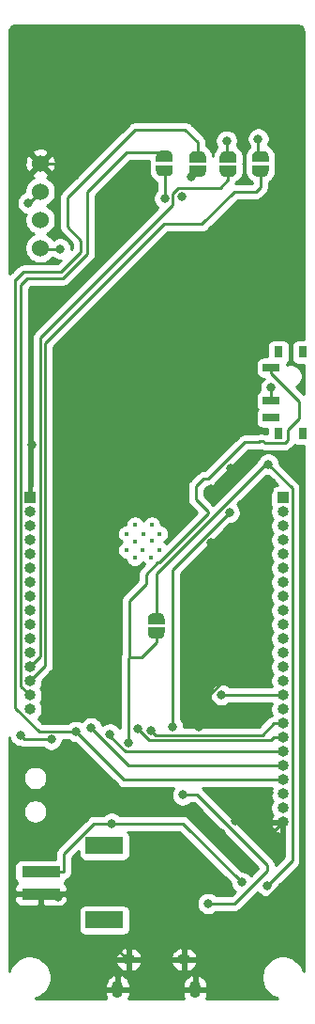
<source format=gbr>
%TF.GenerationSoftware,KiCad,Pcbnew,(5.1.6)-1*%
%TF.CreationDate,2020-08-18T23:06:57+02:00*%
%TF.ProjectId,ESP32-S2-WROOM,45535033-322d-4533-922d-57524f4f4d2e,1.2*%
%TF.SameCoordinates,Original*%
%TF.FileFunction,Copper,L2,Bot*%
%TF.FilePolarity,Positive*%
%FSLAX46Y46*%
G04 Gerber Fmt 4.6, Leading zero omitted, Abs format (unit mm)*
G04 Created by KiCad (PCBNEW (5.1.6)-1) date 2020-08-18 23:06:57*
%MOMM*%
%LPD*%
G01*
G04 APERTURE LIST*
%TA.AperFunction,ComponentPad*%
%ADD10O,1.250000X0.950000*%
%TD*%
%TA.AperFunction,ComponentPad*%
%ADD11O,1.000000X1.550000*%
%TD*%
%TA.AperFunction,ComponentPad*%
%ADD12C,0.400000*%
%TD*%
%TA.AperFunction,ComponentPad*%
%ADD13O,1.000000X1.000000*%
%TD*%
%TA.AperFunction,ComponentPad*%
%ADD14R,1.000000X1.000000*%
%TD*%
%TA.AperFunction,SMDPad,CuDef*%
%ADD15R,3.400000X1.500000*%
%TD*%
%TA.AperFunction,SMDPad,CuDef*%
%ADD16R,3.500000X1.000000*%
%TD*%
%TA.AperFunction,SMDPad,CuDef*%
%ADD17R,0.800000X1.000000*%
%TD*%
%TA.AperFunction,SMDPad,CuDef*%
%ADD18R,1.500000X0.700000*%
%TD*%
%TA.AperFunction,SMDPad,CuDef*%
%ADD19C,1.524000*%
%TD*%
%TA.AperFunction,SMDPad,CuDef*%
%ADD20C,0.100000*%
%TD*%
%TA.AperFunction,ViaPad*%
%ADD21C,0.800000*%
%TD*%
%TA.AperFunction,Conductor*%
%ADD22C,0.250000*%
%TD*%
%TA.AperFunction,Conductor*%
%ADD23C,0.254000*%
%TD*%
G04 APERTURE END LIST*
D10*
%TO.P,J1,6*%
%TO.N,GND*%
X94020000Y-124126000D03*
X99020000Y-124126000D03*
D11*
X93020000Y-126826000D03*
X100020000Y-126826000D03*
%TD*%
D12*
%TO.P,U2,*%
%TO.N,*%
X93820000Y-85793600D03*
X94582000Y-84980800D03*
X96106000Y-84980800D03*
X96817200Y-85793600D03*
X96817200Y-87266800D03*
X96055200Y-87978000D03*
X94582000Y-87978000D03*
X93820000Y-87266800D03*
X94582000Y-86504800D03*
X96106000Y-86454000D03*
X95344000Y-85793600D03*
X95293200Y-87266800D03*
%TD*%
D13*
%TO.P,J2,16*%
%TO.N,/SPI_MISO*%
X85090000Y-101600000D03*
%TO.P,J2,15*%
%TO.N,/SPI_CLK*%
X85090000Y-100330000D03*
%TO.P,J2,14*%
%TO.N,/SPI_MOSI*%
X85090000Y-99060000D03*
%TO.P,J2,13*%
%TO.N,/SPI_CS*%
X85090000Y-97790000D03*
%TO.P,J2,12*%
%TO.N,/TFT_RESET*%
X85090000Y-96520000D03*
%TO.P,J2,11*%
%TO.N,Net-(J2-Pad11)*%
X85090000Y-95250000D03*
%TO.P,J2,10*%
%TO.N,Net-(J2-Pad10)*%
X85090000Y-93980000D03*
%TO.P,J2,9*%
%TO.N,Net-(J2-Pad9)*%
X85090000Y-92710000D03*
%TO.P,J2,8*%
%TO.N,Net-(J2-Pad8)*%
X85090000Y-91440000D03*
%TO.P,J2,7*%
%TO.N,Net-(J2-Pad7)*%
X85090000Y-90170000D03*
%TO.P,J2,6*%
%TO.N,Net-(J2-Pad6)*%
X85090000Y-88900000D03*
%TO.P,J2,5*%
%TO.N,Net-(J2-Pad5)*%
X85090000Y-87630000D03*
%TO.P,J2,4*%
%TO.N,Net-(J2-Pad4)*%
X85090000Y-86360000D03*
%TO.P,J2,3*%
%TO.N,/IO0*%
X85090000Y-85090000D03*
%TO.P,J2,2*%
%TO.N,/3.3v*%
X85090000Y-83820000D03*
D14*
%TO.P,J2,1*%
%TO.N,GND*%
X85090000Y-82550000D03*
%TD*%
D13*
%TO.P,J3,24*%
%TO.N,GND*%
X107950000Y-111760000D03*
%TO.P,J3,23*%
%TO.N,/VUSB*%
X107950000Y-110490000D03*
%TO.P,J3,22*%
%TO.N,/3.3v*%
X107950000Y-109220000D03*
%TO.P,J3,21*%
%TO.N,/DC_DISP*%
X107950000Y-107950000D03*
%TO.P,J3,20*%
%TO.N,Net-(J3-Pad20)*%
X107950000Y-106680000D03*
%TO.P,J3,19*%
%TO.N,/RGBLED*%
X107950000Y-105410000D03*
%TO.P,J3,18*%
%TO.N,/U1TXD*%
X107950000Y-104140000D03*
%TO.P,J3,17*%
%TO.N,/U1RXD*%
X107950000Y-102870000D03*
%TO.P,J3,16*%
%TO.N,Net-(J3-Pad16)*%
X107950000Y-101600000D03*
%TO.P,J3,15*%
%TO.N,Net-(J3-Pad15)*%
X107950000Y-100330000D03*
%TO.P,J3,14*%
%TO.N,Net-(J3-Pad14)*%
X107950000Y-99060000D03*
%TO.P,J3,13*%
%TO.N,Net-(J3-Pad13)*%
X107950000Y-97790000D03*
%TO.P,J3,12*%
%TO.N,Net-(J3-Pad12)*%
X107950000Y-96520000D03*
%TO.P,J3,11*%
%TO.N,Net-(J3-Pad11)*%
X107950000Y-95250000D03*
%TO.P,J3,10*%
%TO.N,Net-(J3-Pad10)*%
X107950000Y-93980000D03*
%TO.P,J3,9*%
%TO.N,Net-(J3-Pad9)*%
X107950000Y-92710000D03*
%TO.P,J3,8*%
%TO.N,Net-(J3-Pad8)*%
X107950000Y-91440000D03*
%TO.P,J3,7*%
%TO.N,/SCL*%
X107950000Y-90170000D03*
%TO.P,J3,6*%
%TO.N,/SDA*%
X107950000Y-88900000D03*
%TO.P,J3,5*%
%TO.N,Net-(J3-Pad5)*%
X107950000Y-87630000D03*
%TO.P,J3,4*%
%TO.N,Net-(J3-Pad4)*%
X107950000Y-86360000D03*
%TO.P,J3,3*%
%TO.N,Net-(J3-Pad3)*%
X107950000Y-85090000D03*
%TO.P,J3,2*%
%TO.N,Net-(J3-Pad2)*%
X107950000Y-83820000D03*
D14*
%TO.P,J3,1*%
%TO.N,Net-(J3-Pad1)*%
X107950000Y-82550000D03*
%TD*%
D15*
%TO.P,J4,*%
%TO.N,*%
X91838500Y-120571000D03*
X91838500Y-113871000D03*
D16*
%TO.P,J4,2*%
%TO.N,GND*%
X86088500Y-118221000D03*
%TO.P,J4,1*%
%TO.N,/VBAT*%
X86088500Y-116221000D03*
%TD*%
D17*
%TO.P,SW3,*%
%TO.N,*%
X107551000Y-69438500D03*
X107551000Y-76738500D03*
X109761000Y-76738500D03*
X109761000Y-69438500D03*
D18*
%TO.P,SW3,3*%
%TO.N,N/C*%
X106901000Y-75338500D03*
%TO.P,SW3,2*%
%TO.N,Net-(D2-Pad2)*%
X106901000Y-73838500D03*
%TO.P,SW3,1*%
%TO.N,/VBAT*%
X106901000Y-70838500D03*
%TD*%
D19*
%TO.P,J5,1*%
%TO.N,/SDA*%
X86042500Y-60071000D03*
%TO.P,J5,2*%
%TO.N,/SCL*%
X86042500Y-57531000D03*
%TO.P,J5,3*%
%TO.N,/3.3v*%
X86042500Y-54991000D03*
%TO.P,J5,4*%
%TO.N,GND*%
X86042500Y-52451000D03*
%TD*%
%TA.AperFunction,SMDPad,CuDef*%
D20*
%TO.P,JP1,1*%
%TO.N,/SPI_CLK*%
G36*
X96501520Y-52301000D02*
G01*
X96501520Y-51801000D01*
X96502122Y-51801000D01*
X96502122Y-51776466D01*
X96506932Y-51727635D01*
X96516504Y-51679510D01*
X96530748Y-51632555D01*
X96549525Y-51587222D01*
X96572656Y-51543949D01*
X96599916Y-51503150D01*
X96631044Y-51465221D01*
X96665741Y-51430524D01*
X96703670Y-51399396D01*
X96744469Y-51372136D01*
X96787742Y-51349005D01*
X96833075Y-51330228D01*
X96880030Y-51315984D01*
X96928155Y-51306412D01*
X96976986Y-51301602D01*
X97001520Y-51301602D01*
X97001520Y-51301000D01*
X97501520Y-51301000D01*
X97501520Y-51301602D01*
X97526054Y-51301602D01*
X97574885Y-51306412D01*
X97623010Y-51315984D01*
X97669965Y-51330228D01*
X97715298Y-51349005D01*
X97758571Y-51372136D01*
X97799370Y-51399396D01*
X97837299Y-51430524D01*
X97871996Y-51465221D01*
X97903124Y-51503150D01*
X97930384Y-51543949D01*
X97953515Y-51587222D01*
X97972292Y-51632555D01*
X97986536Y-51679510D01*
X97996108Y-51727635D01*
X98000918Y-51776466D01*
X98000918Y-51801000D01*
X98001520Y-51801000D01*
X98001520Y-52301000D01*
X96501520Y-52301000D01*
G37*
%TD.AperFunction*%
%TA.AperFunction,SMDPad,CuDef*%
%TO.P,JP1,2*%
%TO.N,Net-(JP1-Pad2)*%
G36*
X98000918Y-53101000D02*
G01*
X98000918Y-53125534D01*
X97996108Y-53174365D01*
X97986536Y-53222490D01*
X97972292Y-53269445D01*
X97953515Y-53314778D01*
X97930384Y-53358051D01*
X97903124Y-53398850D01*
X97871996Y-53436779D01*
X97837299Y-53471476D01*
X97799370Y-53502604D01*
X97758571Y-53529864D01*
X97715298Y-53552995D01*
X97669965Y-53571772D01*
X97623010Y-53586016D01*
X97574885Y-53595588D01*
X97526054Y-53600398D01*
X97501520Y-53600398D01*
X97501520Y-53601000D01*
X97001520Y-53601000D01*
X97001520Y-53600398D01*
X96976986Y-53600398D01*
X96928155Y-53595588D01*
X96880030Y-53586016D01*
X96833075Y-53571772D01*
X96787742Y-53552995D01*
X96744469Y-53529864D01*
X96703670Y-53502604D01*
X96665741Y-53471476D01*
X96631044Y-53436779D01*
X96599916Y-53398850D01*
X96572656Y-53358051D01*
X96549525Y-53314778D01*
X96530748Y-53269445D01*
X96516504Y-53222490D01*
X96506932Y-53174365D01*
X96502122Y-53125534D01*
X96502122Y-53101000D01*
X96501520Y-53101000D01*
X96501520Y-52601000D01*
X98001520Y-52601000D01*
X98001520Y-53101000D01*
X98000918Y-53101000D01*
G37*
%TD.AperFunction*%
%TD*%
%TA.AperFunction,SMDPad,CuDef*%
%TO.P,JP2,2*%
%TO.N,Net-(JP2-Pad2)*%
G36*
X102257762Y-51836560D02*
G01*
X102257762Y-51812026D01*
X102262572Y-51763195D01*
X102272144Y-51715070D01*
X102286388Y-51668115D01*
X102305165Y-51622782D01*
X102328296Y-51579509D01*
X102355556Y-51538710D01*
X102386684Y-51500781D01*
X102421381Y-51466084D01*
X102459310Y-51434956D01*
X102500109Y-51407696D01*
X102543382Y-51384565D01*
X102588715Y-51365788D01*
X102635670Y-51351544D01*
X102683795Y-51341972D01*
X102732626Y-51337162D01*
X102757160Y-51337162D01*
X102757160Y-51336560D01*
X103257160Y-51336560D01*
X103257160Y-51337162D01*
X103281694Y-51337162D01*
X103330525Y-51341972D01*
X103378650Y-51351544D01*
X103425605Y-51365788D01*
X103470938Y-51384565D01*
X103514211Y-51407696D01*
X103555010Y-51434956D01*
X103592939Y-51466084D01*
X103627636Y-51500781D01*
X103658764Y-51538710D01*
X103686024Y-51579509D01*
X103709155Y-51622782D01*
X103727932Y-51668115D01*
X103742176Y-51715070D01*
X103751748Y-51763195D01*
X103756558Y-51812026D01*
X103756558Y-51836560D01*
X103757160Y-51836560D01*
X103757160Y-52336560D01*
X102257160Y-52336560D01*
X102257160Y-51836560D01*
X102257762Y-51836560D01*
G37*
%TD.AperFunction*%
%TA.AperFunction,SMDPad,CuDef*%
%TO.P,JP2,1*%
%TO.N,/SPI_CS*%
G36*
X103757160Y-52636560D02*
G01*
X103757160Y-53136560D01*
X103756558Y-53136560D01*
X103756558Y-53161094D01*
X103751748Y-53209925D01*
X103742176Y-53258050D01*
X103727932Y-53305005D01*
X103709155Y-53350338D01*
X103686024Y-53393611D01*
X103658764Y-53434410D01*
X103627636Y-53472339D01*
X103592939Y-53507036D01*
X103555010Y-53538164D01*
X103514211Y-53565424D01*
X103470938Y-53588555D01*
X103425605Y-53607332D01*
X103378650Y-53621576D01*
X103330525Y-53631148D01*
X103281694Y-53635958D01*
X103257160Y-53635958D01*
X103257160Y-53636560D01*
X102757160Y-53636560D01*
X102757160Y-53635958D01*
X102732626Y-53635958D01*
X102683795Y-53631148D01*
X102635670Y-53621576D01*
X102588715Y-53607332D01*
X102543382Y-53588555D01*
X102500109Y-53565424D01*
X102459310Y-53538164D01*
X102421381Y-53507036D01*
X102386684Y-53472339D01*
X102355556Y-53434410D01*
X102328296Y-53393611D01*
X102305165Y-53350338D01*
X102286388Y-53305005D01*
X102272144Y-53258050D01*
X102262572Y-53209925D01*
X102257762Y-53161094D01*
X102257762Y-53136560D01*
X102257160Y-53136560D01*
X102257160Y-52636560D01*
X103757160Y-52636560D01*
G37*
%TD.AperFunction*%
%TD*%
%TA.AperFunction,SMDPad,CuDef*%
%TO.P,JP3,1*%
%TO.N,/DC_DISP*%
G36*
X99493640Y-52341640D02*
G01*
X99493640Y-51841640D01*
X99494242Y-51841640D01*
X99494242Y-51817106D01*
X99499052Y-51768275D01*
X99508624Y-51720150D01*
X99522868Y-51673195D01*
X99541645Y-51627862D01*
X99564776Y-51584589D01*
X99592036Y-51543790D01*
X99623164Y-51505861D01*
X99657861Y-51471164D01*
X99695790Y-51440036D01*
X99736589Y-51412776D01*
X99779862Y-51389645D01*
X99825195Y-51370868D01*
X99872150Y-51356624D01*
X99920275Y-51347052D01*
X99969106Y-51342242D01*
X99993640Y-51342242D01*
X99993640Y-51341640D01*
X100493640Y-51341640D01*
X100493640Y-51342242D01*
X100518174Y-51342242D01*
X100567005Y-51347052D01*
X100615130Y-51356624D01*
X100662085Y-51370868D01*
X100707418Y-51389645D01*
X100750691Y-51412776D01*
X100791490Y-51440036D01*
X100829419Y-51471164D01*
X100864116Y-51505861D01*
X100895244Y-51543790D01*
X100922504Y-51584589D01*
X100945635Y-51627862D01*
X100964412Y-51673195D01*
X100978656Y-51720150D01*
X100988228Y-51768275D01*
X100993038Y-51817106D01*
X100993038Y-51841640D01*
X100993640Y-51841640D01*
X100993640Y-52341640D01*
X99493640Y-52341640D01*
G37*
%TD.AperFunction*%
%TA.AperFunction,SMDPad,CuDef*%
%TO.P,JP3,2*%
%TO.N,Net-(JP3-Pad2)*%
G36*
X100993038Y-53141640D02*
G01*
X100993038Y-53166174D01*
X100988228Y-53215005D01*
X100978656Y-53263130D01*
X100964412Y-53310085D01*
X100945635Y-53355418D01*
X100922504Y-53398691D01*
X100895244Y-53439490D01*
X100864116Y-53477419D01*
X100829419Y-53512116D01*
X100791490Y-53543244D01*
X100750691Y-53570504D01*
X100707418Y-53593635D01*
X100662085Y-53612412D01*
X100615130Y-53626656D01*
X100567005Y-53636228D01*
X100518174Y-53641038D01*
X100493640Y-53641038D01*
X100493640Y-53641640D01*
X99993640Y-53641640D01*
X99993640Y-53641038D01*
X99969106Y-53641038D01*
X99920275Y-53636228D01*
X99872150Y-53626656D01*
X99825195Y-53612412D01*
X99779862Y-53593635D01*
X99736589Y-53570504D01*
X99695790Y-53543244D01*
X99657861Y-53512116D01*
X99623164Y-53477419D01*
X99592036Y-53439490D01*
X99564776Y-53398691D01*
X99541645Y-53355418D01*
X99522868Y-53310085D01*
X99508624Y-53263130D01*
X99499052Y-53215005D01*
X99494242Y-53166174D01*
X99494242Y-53141640D01*
X99493640Y-53141640D01*
X99493640Y-52641640D01*
X100993640Y-52641640D01*
X100993640Y-53141640D01*
X100993038Y-53141640D01*
G37*
%TD.AperFunction*%
%TD*%
%TA.AperFunction,SMDPad,CuDef*%
%TO.P,JP4,2*%
%TO.N,Net-(JP4-Pad2)*%
G36*
X105163522Y-51826400D02*
G01*
X105163522Y-51801866D01*
X105168332Y-51753035D01*
X105177904Y-51704910D01*
X105192148Y-51657955D01*
X105210925Y-51612622D01*
X105234056Y-51569349D01*
X105261316Y-51528550D01*
X105292444Y-51490621D01*
X105327141Y-51455924D01*
X105365070Y-51424796D01*
X105405869Y-51397536D01*
X105449142Y-51374405D01*
X105494475Y-51355628D01*
X105541430Y-51341384D01*
X105589555Y-51331812D01*
X105638386Y-51327002D01*
X105662920Y-51327002D01*
X105662920Y-51326400D01*
X106162920Y-51326400D01*
X106162920Y-51327002D01*
X106187454Y-51327002D01*
X106236285Y-51331812D01*
X106284410Y-51341384D01*
X106331365Y-51355628D01*
X106376698Y-51374405D01*
X106419971Y-51397536D01*
X106460770Y-51424796D01*
X106498699Y-51455924D01*
X106533396Y-51490621D01*
X106564524Y-51528550D01*
X106591784Y-51569349D01*
X106614915Y-51612622D01*
X106633692Y-51657955D01*
X106647936Y-51704910D01*
X106657508Y-51753035D01*
X106662318Y-51801866D01*
X106662318Y-51826400D01*
X106662920Y-51826400D01*
X106662920Y-52326400D01*
X105162920Y-52326400D01*
X105162920Y-51826400D01*
X105163522Y-51826400D01*
G37*
%TD.AperFunction*%
%TA.AperFunction,SMDPad,CuDef*%
%TO.P,JP4,1*%
%TO.N,/SPI_MOSI*%
G36*
X106662920Y-52626400D02*
G01*
X106662920Y-53126400D01*
X106662318Y-53126400D01*
X106662318Y-53150934D01*
X106657508Y-53199765D01*
X106647936Y-53247890D01*
X106633692Y-53294845D01*
X106614915Y-53340178D01*
X106591784Y-53383451D01*
X106564524Y-53424250D01*
X106533396Y-53462179D01*
X106498699Y-53496876D01*
X106460770Y-53528004D01*
X106419971Y-53555264D01*
X106376698Y-53578395D01*
X106331365Y-53597172D01*
X106284410Y-53611416D01*
X106236285Y-53620988D01*
X106187454Y-53625798D01*
X106162920Y-53625798D01*
X106162920Y-53626400D01*
X105662920Y-53626400D01*
X105662920Y-53625798D01*
X105638386Y-53625798D01*
X105589555Y-53620988D01*
X105541430Y-53611416D01*
X105494475Y-53597172D01*
X105449142Y-53578395D01*
X105405869Y-53555264D01*
X105365070Y-53528004D01*
X105327141Y-53496876D01*
X105292444Y-53462179D01*
X105261316Y-53424250D01*
X105234056Y-53383451D01*
X105210925Y-53340178D01*
X105192148Y-53294845D01*
X105177904Y-53247890D01*
X105168332Y-53199765D01*
X105163522Y-53150934D01*
X105163522Y-53126400D01*
X105162920Y-53126400D01*
X105162920Y-52626400D01*
X106662920Y-52626400D01*
G37*
%TD.AperFunction*%
%TD*%
%TA.AperFunction,SMDPad,CuDef*%
%TO.P,JP5,2*%
%TO.N,/VBAT*%
G36*
X97264318Y-94731600D02*
G01*
X97264318Y-94756134D01*
X97259508Y-94804965D01*
X97249936Y-94853090D01*
X97235692Y-94900045D01*
X97216915Y-94945378D01*
X97193784Y-94988651D01*
X97166524Y-95029450D01*
X97135396Y-95067379D01*
X97100699Y-95102076D01*
X97062770Y-95133204D01*
X97021971Y-95160464D01*
X96978698Y-95183595D01*
X96933365Y-95202372D01*
X96886410Y-95216616D01*
X96838285Y-95226188D01*
X96789454Y-95230998D01*
X96764920Y-95230998D01*
X96764920Y-95231600D01*
X96264920Y-95231600D01*
X96264920Y-95230998D01*
X96240386Y-95230998D01*
X96191555Y-95226188D01*
X96143430Y-95216616D01*
X96096475Y-95202372D01*
X96051142Y-95183595D01*
X96007869Y-95160464D01*
X95967070Y-95133204D01*
X95929141Y-95102076D01*
X95894444Y-95067379D01*
X95863316Y-95029450D01*
X95836056Y-94988651D01*
X95812925Y-94945378D01*
X95794148Y-94900045D01*
X95779904Y-94853090D01*
X95770332Y-94804965D01*
X95765522Y-94756134D01*
X95765522Y-94731600D01*
X95764920Y-94731600D01*
X95764920Y-94231600D01*
X97264920Y-94231600D01*
X97264920Y-94731600D01*
X97264318Y-94731600D01*
G37*
%TD.AperFunction*%
%TA.AperFunction,SMDPad,CuDef*%
%TO.P,JP5,1*%
%TO.N,Net-(D2-Pad2)*%
G36*
X95764920Y-93931600D02*
G01*
X95764920Y-93431600D01*
X95765522Y-93431600D01*
X95765522Y-93407066D01*
X95770332Y-93358235D01*
X95779904Y-93310110D01*
X95794148Y-93263155D01*
X95812925Y-93217822D01*
X95836056Y-93174549D01*
X95863316Y-93133750D01*
X95894444Y-93095821D01*
X95929141Y-93061124D01*
X95967070Y-93029996D01*
X96007869Y-93002736D01*
X96051142Y-92979605D01*
X96096475Y-92960828D01*
X96143430Y-92946584D01*
X96191555Y-92937012D01*
X96240386Y-92932202D01*
X96264920Y-92932202D01*
X96264920Y-92931600D01*
X96764920Y-92931600D01*
X96764920Y-92932202D01*
X96789454Y-92932202D01*
X96838285Y-92937012D01*
X96886410Y-92946584D01*
X96933365Y-92960828D01*
X96978698Y-92979605D01*
X97021971Y-93002736D01*
X97062770Y-93029996D01*
X97100699Y-93061124D01*
X97135396Y-93095821D01*
X97166524Y-93133750D01*
X97193784Y-93174549D01*
X97216915Y-93217822D01*
X97235692Y-93263155D01*
X97249936Y-93310110D01*
X97259508Y-93358235D01*
X97264318Y-93407066D01*
X97264318Y-93431600D01*
X97264920Y-93431600D01*
X97264920Y-93931600D01*
X95764920Y-93931600D01*
G37*
%TD.AperFunction*%
%TD*%
D21*
%TO.N,GND*%
X104902000Y-122388998D03*
X102616000Y-121428000D03*
X85324800Y-77740000D03*
X95250000Y-54483000D03*
X103251000Y-79883000D03*
X108839000Y-78359000D03*
X107061000Y-113919000D03*
X87884000Y-123444000D03*
X90424000Y-123428000D03*
X93091000Y-123317000D03*
X94504000Y-118872000D03*
X87630000Y-118540000D03*
X106680000Y-109093000D03*
X103378000Y-98806000D03*
X100330000Y-103176900D03*
X103632000Y-111633000D03*
X102362000Y-112776000D03*
X100838000Y-112268000D03*
X99300000Y-114910000D03*
X89217500Y-53594000D03*
X106934000Y-81153000D03*
X101473000Y-86614000D03*
X101473000Y-81788000D03*
%TO.N,/3.3v*%
X84963000Y-56007000D03*
%TO.N,/EN*%
X103115000Y-83885300D03*
X97970000Y-103144000D03*
%TO.N,Net-(J3-Pad20)*%
X90637700Y-103281400D03*
%TO.N,Net-(J3-Pad15)*%
X102403600Y-100281700D03*
%TO.N,/RGBLED*%
X92331100Y-103828100D03*
%TO.N,/VBAT*%
X104234500Y-117177700D03*
X93972600Y-104607100D03*
X92480700Y-111867300D03*
%TO.N,/DC_DISP*%
X89248500Y-103596800D03*
%TO.N,/U1TXD*%
X94831100Y-103333700D03*
%TO.N,/U1RXD*%
X96068900Y-103545600D03*
%TO.N,/SCL*%
X86042500Y-57531000D03*
%TO.N,/SDA*%
X87820500Y-60134500D03*
%TO.N,/D+*%
X101184600Y-119091900D03*
X98897500Y-109305000D03*
%TO.N,Net-(D2-Pad2)*%
X106505600Y-117482400D03*
X106887200Y-72638600D03*
X106621400Y-79526800D03*
%TO.N,Net-(JP1-Pad2)*%
X97273800Y-55593100D03*
%TO.N,Net-(JP2-Pad2)*%
X98820700Y-55390500D03*
X102870000Y-50419000D03*
%TO.N,Net-(JP3-Pad2)*%
X99704680Y-53680600D03*
%TO.N,Net-(JP4-Pad2)*%
X105727500Y-50228500D03*
%TO.N,/TFT_RESET*%
X84226400Y-103936800D03*
X87020400Y-104321800D03*
%TD*%
D22*
%TO.N,GND*%
X104902000Y-122388998D02*
X103941002Y-121428000D01*
X103941002Y-121428000D02*
X102616000Y-121428000D01*
X85217000Y-82042000D02*
X85217000Y-77847800D01*
X85217000Y-77847800D02*
X85324800Y-77740000D01*
X108839000Y-78359000D02*
X109474000Y-78994000D01*
X104902000Y-120159002D02*
X104902000Y-122388998D01*
X109474000Y-115587002D02*
X104902000Y-120159002D01*
X109474000Y-78994000D02*
X109474000Y-115587002D01*
X107061000Y-112649000D02*
X107950000Y-111760000D01*
X107061000Y-113919000D02*
X107061000Y-112649000D01*
X87884000Y-123444000D02*
X90408000Y-123444000D01*
X90408000Y-123444000D02*
X90424000Y-123428000D01*
X94020000Y-124126000D02*
X93900000Y-124126000D01*
X93900000Y-124126000D02*
X93091000Y-123317000D01*
X93091000Y-123317000D02*
X94504000Y-121904000D01*
X94504000Y-121904000D02*
X94504000Y-118872000D01*
X86088500Y-118221000D02*
X87311000Y-118221000D01*
X87311000Y-118221000D02*
X87630000Y-118540000D01*
X102806298Y-98806000D02*
X103378000Y-98806000D01*
X100330000Y-101282298D02*
X102806298Y-98806000D01*
X100330000Y-103176900D02*
X100330000Y-101282298D01*
X104775000Y-78359000D02*
X103251000Y-79883000D01*
X108839000Y-78359000D02*
X104775000Y-78359000D01*
X107061000Y-113919000D02*
X105918000Y-113919000D01*
X105918000Y-113919000D02*
X103632000Y-111633000D01*
X102362000Y-112776000D02*
X101346000Y-112776000D01*
X101346000Y-112776000D02*
X100838000Y-112268000D01*
X85090000Y-82169000D02*
X85217000Y-82042000D01*
X85090000Y-82550000D02*
X85090000Y-82169000D01*
X86042500Y-52451000D02*
X88074500Y-52451000D01*
X88074500Y-52451000D02*
X89217500Y-53594000D01*
X106934000Y-81153000D02*
X106934000Y-81915000D01*
X106934000Y-81915000D02*
X102235000Y-86614000D01*
X102235000Y-86614000D02*
X101473000Y-86614000D01*
X103251000Y-80010000D02*
X103251000Y-79883000D01*
X101473000Y-81788000D02*
X103251000Y-80010000D01*
%TO.N,/3.3v*%
X85026500Y-56007000D02*
X86042500Y-54991000D01*
X84963000Y-56007000D02*
X85026500Y-56007000D01*
%TO.N,/EN*%
X97970000Y-103144000D02*
X97970000Y-89030300D01*
X97970000Y-89030300D02*
X103115000Y-83885300D01*
%TO.N,Net-(J3-Pad20)*%
X107950000Y-106680000D02*
X94036300Y-106680000D01*
X94036300Y-106680000D02*
X90637700Y-103281400D01*
%TO.N,Net-(J3-Pad15)*%
X107950000Y-100330000D02*
X107124700Y-100330000D01*
X107124700Y-100330000D02*
X102451900Y-100330000D01*
X102451900Y-100330000D02*
X102403600Y-100281700D01*
%TO.N,/RGBLED*%
X107950000Y-105410000D02*
X107124700Y-105410000D01*
X92331100Y-103828100D02*
X92331100Y-104020900D01*
X92331100Y-104020900D02*
X93720200Y-105410000D01*
X93720200Y-105410000D02*
X107124700Y-105410000D01*
%TO.N,/VBAT*%
X88163800Y-116221000D02*
X88163800Y-114607700D01*
X88163800Y-114607700D02*
X90904200Y-111867300D01*
X90904200Y-111867300D02*
X92480700Y-111867300D01*
X104234500Y-117177700D02*
X98924100Y-111867300D01*
X98924100Y-111867300D02*
X92480700Y-111867300D01*
X93972600Y-97027400D02*
X93972600Y-104607100D01*
X86088500Y-116221000D02*
X88163800Y-116221000D01*
X96649600Y-88392000D02*
X95607200Y-89434400D01*
X96774000Y-88392000D02*
X96649600Y-88392000D01*
X101219000Y-83947000D02*
X96774000Y-88392000D01*
X104519988Y-77541010D02*
X101219000Y-80841998D01*
X109437100Y-75417000D02*
X108389100Y-76465000D01*
X108389100Y-76465000D02*
X108389100Y-77385402D01*
X109437100Y-73873600D02*
X109437100Y-75417000D01*
X106901000Y-70838500D02*
X106901000Y-71337500D01*
X108389100Y-77385402D02*
X108177502Y-77597000D01*
X108177502Y-77597000D02*
X106299000Y-77597000D01*
X106172000Y-77470000D02*
X105869636Y-77470000D01*
X106299000Y-77597000D02*
X106172000Y-77470000D01*
X105869636Y-77470000D02*
X105798626Y-77541010D01*
X106901000Y-71337500D02*
X109437100Y-73873600D01*
X105798626Y-77541010D02*
X104519988Y-77541010D01*
X95607200Y-89434400D02*
X95607200Y-90320800D01*
X95607200Y-90320800D02*
X94107000Y-91821000D01*
X94107000Y-96893000D02*
X93972600Y-97027400D01*
X94107000Y-91821000D02*
X94107000Y-96893000D01*
X94107000Y-96893000D02*
X95171640Y-96893000D01*
X96514920Y-95549720D02*
X96514920Y-94731600D01*
X95171640Y-96893000D02*
X96514920Y-95549720D01*
X101219000Y-83947000D02*
X101219000Y-83820000D01*
X101219000Y-83820000D02*
X100076000Y-82677000D01*
X100076000Y-82677000D02*
X100076000Y-81534000D01*
X100768002Y-80841998D02*
X101219000Y-80841998D01*
X100076000Y-81534000D02*
X100768002Y-80841998D01*
%TO.N,/SPI_CLK*%
X96885520Y-51435000D02*
X97251520Y-51801000D01*
X93853000Y-51435000D02*
X96885520Y-51435000D01*
X90297000Y-54991000D02*
X93853000Y-51435000D01*
X90297000Y-60579000D02*
X90297000Y-54991000D01*
X84256700Y-99496700D02*
X84256700Y-63399900D01*
X88074500Y-62801500D02*
X90297000Y-60579000D01*
X84301100Y-63399900D02*
X84899500Y-62801500D01*
X85090000Y-100330000D02*
X84256700Y-99496700D01*
X84256700Y-63399900D02*
X84301100Y-63399900D01*
X84899500Y-62801500D02*
X88074500Y-62801500D01*
%TO.N,/SPI_MOSI*%
X86500200Y-70510200D02*
X86500200Y-97649800D01*
X86500200Y-97649800D02*
X85090000Y-99060000D01*
X86500200Y-70510200D02*
X86500200Y-68630300D01*
X86500200Y-68630300D02*
X97218500Y-57912000D01*
X97218500Y-57912000D02*
X100647500Y-57912000D01*
X100647500Y-57912000D02*
X103568500Y-54991000D01*
X103568500Y-54991000D02*
X105537000Y-54991000D01*
X105912920Y-54615080D02*
X105912920Y-53126400D01*
X105537000Y-54991000D02*
X105912920Y-54615080D01*
%TO.N,/SPI_CS*%
X102261500Y-54647000D02*
X103007160Y-53901340D01*
X98528000Y-54647000D02*
X102261500Y-54647000D01*
X86049800Y-96830200D02*
X86049800Y-68125000D01*
X86049800Y-68125000D02*
X98002100Y-56172700D01*
X103007160Y-53901340D02*
X103007160Y-53136560D01*
X85090000Y-97790000D02*
X86049800Y-96830200D01*
X98002100Y-56172700D02*
X98002100Y-55172900D01*
X98002100Y-55172900D02*
X98528000Y-54647000D01*
%TO.N,/DC_DISP*%
X89248500Y-103596800D02*
X93601700Y-107950000D01*
X93601700Y-107950000D02*
X107124700Y-107950000D01*
X107950000Y-107950000D02*
X107124700Y-107950000D01*
X100243640Y-50523140D02*
X100243640Y-51841640D01*
X99123500Y-49403000D02*
X100243640Y-50523140D01*
X94615000Y-49403000D02*
X99123500Y-49403000D01*
X83864800Y-62883700D02*
X84518500Y-62230000D01*
X83801300Y-62883700D02*
X83864800Y-62883700D01*
X89248500Y-103596800D02*
X85919500Y-103596800D01*
X85919500Y-103596800D02*
X83801300Y-101478600D01*
X89725500Y-60388500D02*
X89725500Y-59372500D01*
X84518500Y-62230000D02*
X87884000Y-62230000D01*
X87884000Y-62230000D02*
X89725500Y-60388500D01*
X83801300Y-101478600D02*
X83801300Y-62883700D01*
X88519000Y-58166000D02*
X88519000Y-55499000D01*
X89725500Y-59372500D02*
X88519000Y-58166000D01*
X88519000Y-55499000D02*
X94615000Y-49403000D01*
%TO.N,/U1TXD*%
X107950000Y-104140000D02*
X107124700Y-104140000D01*
X107124700Y-104140000D02*
X106910500Y-104354200D01*
X106910500Y-104354200D02*
X95851600Y-104354200D01*
X95851600Y-104354200D02*
X94831100Y-103333700D01*
%TO.N,/U1RXD*%
X107124700Y-102870000D02*
X106092800Y-103901900D01*
X106092800Y-103901900D02*
X96425200Y-103901900D01*
X96425200Y-103901900D02*
X96068900Y-103545600D01*
X107950000Y-102870000D02*
X107124700Y-102870000D01*
%TO.N,/SDA*%
X86106000Y-60134500D02*
X86042500Y-60071000D01*
X87820500Y-60134500D02*
X86106000Y-60134500D01*
%TO.N,/D+*%
X98897500Y-109305000D02*
X100214200Y-109305000D01*
X100214200Y-109305000D02*
X106532900Y-115623700D01*
X106532900Y-115623700D02*
X106532900Y-116165200D01*
X106532900Y-116165200D02*
X103606200Y-119091900D01*
X103606200Y-119091900D02*
X101184600Y-119091900D01*
%TO.N,Net-(D2-Pad2)*%
X106621400Y-79526800D02*
X108782900Y-81688300D01*
X108782900Y-81688300D02*
X108782900Y-115205100D01*
X108782900Y-115205100D02*
X106505600Y-117482400D01*
X96520000Y-93480000D02*
X96520000Y-89402400D01*
X96520000Y-89402400D02*
X106395600Y-79526800D01*
X106395600Y-79526800D02*
X106621400Y-79526800D01*
X106901000Y-73838500D02*
X106887200Y-73824700D01*
X106887200Y-73824700D02*
X106887200Y-72638600D01*
%TO.N,Net-(JP1-Pad2)*%
X97273800Y-53514300D02*
X97273800Y-55593100D01*
%TO.N,Net-(JP2-Pad2)*%
X98820700Y-55349800D02*
X98820700Y-55390500D01*
X102870000Y-51699400D02*
X103007160Y-51836560D01*
X102870000Y-50419000D02*
X102870000Y-51699400D01*
%TO.N,Net-(JP3-Pad2)*%
X99704680Y-53680600D02*
X100243640Y-53141640D01*
%TO.N,Net-(JP4-Pad2)*%
X105727500Y-51640980D02*
X105912920Y-51826400D01*
X105727500Y-50228500D02*
X105727500Y-51640980D01*
%TO.N,/TFT_RESET*%
X84226400Y-103936800D02*
X84611400Y-104321800D01*
X84611400Y-104321800D02*
X87020400Y-104321800D01*
%TD*%
D23*
%TO.N,GND*%
G36*
X109116820Y-77828002D02*
G01*
X109236518Y-77864312D01*
X109361000Y-77876572D01*
X109830000Y-77876572D01*
X109830001Y-125234162D01*
X109816034Y-125163945D01*
X109669746Y-124810776D01*
X109457370Y-124492933D01*
X109187067Y-124222630D01*
X108869224Y-124010254D01*
X108516055Y-123863966D01*
X108141133Y-123789390D01*
X107758867Y-123789390D01*
X107383945Y-123863966D01*
X107030776Y-124010254D01*
X106712933Y-124222630D01*
X106442630Y-124492933D01*
X106230254Y-124810776D01*
X106083966Y-125163945D01*
X106009390Y-125538867D01*
X106009390Y-125921133D01*
X106083966Y-126296055D01*
X106230254Y-126649224D01*
X106442630Y-126967067D01*
X106712933Y-127237370D01*
X107030776Y-127449746D01*
X107383945Y-127596034D01*
X107454157Y-127610000D01*
X101038347Y-127610000D01*
X101108415Y-127446987D01*
X101155000Y-127228000D01*
X101155000Y-126953000D01*
X100147000Y-126953000D01*
X100147000Y-126973000D01*
X99893000Y-126973000D01*
X99893000Y-126953000D01*
X98885000Y-126953000D01*
X98885000Y-127228000D01*
X98931585Y-127446987D01*
X99001653Y-127610000D01*
X94038347Y-127610000D01*
X94108415Y-127446987D01*
X94155000Y-127228000D01*
X94155000Y-126953000D01*
X93147000Y-126953000D01*
X93147000Y-126973000D01*
X92893000Y-126973000D01*
X92893000Y-126953000D01*
X91885000Y-126953000D01*
X91885000Y-127228000D01*
X91931585Y-127446987D01*
X92001653Y-127610000D01*
X85585843Y-127610000D01*
X85656055Y-127596034D01*
X86009224Y-127449746D01*
X86327067Y-127237370D01*
X86597370Y-126967067D01*
X86809746Y-126649224D01*
X86903037Y-126424000D01*
X91885000Y-126424000D01*
X91885000Y-126699000D01*
X92893000Y-126699000D01*
X92893000Y-125583046D01*
X93147000Y-125583046D01*
X93147000Y-126699000D01*
X94155000Y-126699000D01*
X94155000Y-126424000D01*
X98885000Y-126424000D01*
X98885000Y-126699000D01*
X99893000Y-126699000D01*
X99893000Y-125583046D01*
X100147000Y-125583046D01*
X100147000Y-126699000D01*
X101155000Y-126699000D01*
X101155000Y-126424000D01*
X101108415Y-126205013D01*
X101020003Y-125999322D01*
X100893161Y-125814831D01*
X100732764Y-125658631D01*
X100544976Y-125536724D01*
X100321874Y-125456881D01*
X100147000Y-125583046D01*
X99893000Y-125583046D01*
X99718126Y-125456881D01*
X99495024Y-125536724D01*
X99307236Y-125658631D01*
X99146839Y-125814831D01*
X99019997Y-125999322D01*
X98931585Y-126205013D01*
X98885000Y-126424000D01*
X94155000Y-126424000D01*
X94108415Y-126205013D01*
X94020003Y-125999322D01*
X93893161Y-125814831D01*
X93732764Y-125658631D01*
X93544976Y-125536724D01*
X93321874Y-125456881D01*
X93147000Y-125583046D01*
X92893000Y-125583046D01*
X92718126Y-125456881D01*
X92495024Y-125536724D01*
X92307236Y-125658631D01*
X92146839Y-125814831D01*
X92019997Y-125999322D01*
X91931585Y-126205013D01*
X91885000Y-126424000D01*
X86903037Y-126424000D01*
X86956034Y-126296055D01*
X87030610Y-125921133D01*
X87030610Y-125538867D01*
X86956034Y-125163945D01*
X86809746Y-124810776D01*
X86597370Y-124492933D01*
X86528375Y-124423938D01*
X92800732Y-124423938D01*
X92870397Y-124612150D01*
X92984447Y-124797822D01*
X93132529Y-124957676D01*
X93308951Y-125085569D01*
X93506934Y-125176586D01*
X93718869Y-125227230D01*
X93893000Y-125078564D01*
X93893000Y-124253000D01*
X94147000Y-124253000D01*
X94147000Y-125078564D01*
X94321131Y-125227230D01*
X94533066Y-125176586D01*
X94731049Y-125085569D01*
X94907471Y-124957676D01*
X95055553Y-124797822D01*
X95169603Y-124612150D01*
X95239268Y-124423938D01*
X97800732Y-124423938D01*
X97870397Y-124612150D01*
X97984447Y-124797822D01*
X98132529Y-124957676D01*
X98308951Y-125085569D01*
X98506934Y-125176586D01*
X98718869Y-125227230D01*
X98893000Y-125078564D01*
X98893000Y-124253000D01*
X99147000Y-124253000D01*
X99147000Y-125078564D01*
X99321131Y-125227230D01*
X99533066Y-125176586D01*
X99731049Y-125085569D01*
X99907471Y-124957676D01*
X100055553Y-124797822D01*
X100169603Y-124612150D01*
X100239268Y-124423938D01*
X100112734Y-124253000D01*
X99147000Y-124253000D01*
X98893000Y-124253000D01*
X97927266Y-124253000D01*
X97800732Y-124423938D01*
X95239268Y-124423938D01*
X95112734Y-124253000D01*
X94147000Y-124253000D01*
X93893000Y-124253000D01*
X92927266Y-124253000D01*
X92800732Y-124423938D01*
X86528375Y-124423938D01*
X86327067Y-124222630D01*
X86009224Y-124010254D01*
X85656055Y-123863966D01*
X85475552Y-123828062D01*
X92800732Y-123828062D01*
X92927266Y-123999000D01*
X93893000Y-123999000D01*
X93893000Y-123173436D01*
X94147000Y-123173436D01*
X94147000Y-123999000D01*
X95112734Y-123999000D01*
X95239268Y-123828062D01*
X97800732Y-123828062D01*
X97927266Y-123999000D01*
X98893000Y-123999000D01*
X98893000Y-123173436D01*
X99147000Y-123173436D01*
X99147000Y-123999000D01*
X100112734Y-123999000D01*
X100239268Y-123828062D01*
X100169603Y-123639850D01*
X100055553Y-123454178D01*
X99907471Y-123294324D01*
X99731049Y-123166431D01*
X99533066Y-123075414D01*
X99321131Y-123024770D01*
X99147000Y-123173436D01*
X98893000Y-123173436D01*
X98718869Y-123024770D01*
X98506934Y-123075414D01*
X98308951Y-123166431D01*
X98132529Y-123294324D01*
X97984447Y-123454178D01*
X97870397Y-123639850D01*
X97800732Y-123828062D01*
X95239268Y-123828062D01*
X95169603Y-123639850D01*
X95055553Y-123454178D01*
X94907471Y-123294324D01*
X94731049Y-123166431D01*
X94533066Y-123075414D01*
X94321131Y-123024770D01*
X94147000Y-123173436D01*
X93893000Y-123173436D01*
X93718869Y-123024770D01*
X93506934Y-123075414D01*
X93308951Y-123166431D01*
X93132529Y-123294324D01*
X92984447Y-123454178D01*
X92870397Y-123639850D01*
X92800732Y-123828062D01*
X85475552Y-123828062D01*
X85281133Y-123789390D01*
X84898867Y-123789390D01*
X84523945Y-123863966D01*
X84170776Y-124010254D01*
X83852933Y-124222630D01*
X83582630Y-124492933D01*
X83370254Y-124810776D01*
X83223966Y-125163945D01*
X83210000Y-125234157D01*
X83210000Y-119821000D01*
X89500428Y-119821000D01*
X89500428Y-121321000D01*
X89512688Y-121445482D01*
X89548998Y-121565180D01*
X89607963Y-121675494D01*
X89687315Y-121772185D01*
X89784006Y-121851537D01*
X89894320Y-121910502D01*
X90014018Y-121946812D01*
X90138500Y-121959072D01*
X93538500Y-121959072D01*
X93662982Y-121946812D01*
X93782680Y-121910502D01*
X93892994Y-121851537D01*
X93989685Y-121772185D01*
X94069037Y-121675494D01*
X94128002Y-121565180D01*
X94164312Y-121445482D01*
X94176572Y-121321000D01*
X94176572Y-119821000D01*
X94164312Y-119696518D01*
X94128002Y-119576820D01*
X94069037Y-119466506D01*
X93989685Y-119369815D01*
X93892994Y-119290463D01*
X93782680Y-119231498D01*
X93662982Y-119195188D01*
X93538500Y-119182928D01*
X90138500Y-119182928D01*
X90014018Y-119195188D01*
X89894320Y-119231498D01*
X89784006Y-119290463D01*
X89687315Y-119369815D01*
X89607963Y-119466506D01*
X89548998Y-119576820D01*
X89512688Y-119696518D01*
X89500428Y-119821000D01*
X83210000Y-119821000D01*
X83210000Y-118721000D01*
X83700428Y-118721000D01*
X83712688Y-118845482D01*
X83748998Y-118965180D01*
X83807963Y-119075494D01*
X83887315Y-119172185D01*
X83984006Y-119251537D01*
X84094320Y-119310502D01*
X84214018Y-119346812D01*
X84338500Y-119359072D01*
X85802750Y-119356000D01*
X85961500Y-119197250D01*
X85961500Y-118348000D01*
X86215500Y-118348000D01*
X86215500Y-119197250D01*
X86374250Y-119356000D01*
X87838500Y-119359072D01*
X87962982Y-119346812D01*
X88082680Y-119310502D01*
X88192994Y-119251537D01*
X88289685Y-119172185D01*
X88369037Y-119075494D01*
X88428002Y-118965180D01*
X88464312Y-118845482D01*
X88476572Y-118721000D01*
X88473500Y-118506750D01*
X88314750Y-118348000D01*
X86215500Y-118348000D01*
X85961500Y-118348000D01*
X83862250Y-118348000D01*
X83703500Y-118506750D01*
X83700428Y-118721000D01*
X83210000Y-118721000D01*
X83210000Y-110677137D01*
X84500500Y-110677137D01*
X84500500Y-110890863D01*
X84542196Y-111100483D01*
X84623985Y-111297940D01*
X84742725Y-111475647D01*
X84893853Y-111626775D01*
X85071560Y-111745515D01*
X85269017Y-111827304D01*
X85478637Y-111869000D01*
X85692363Y-111869000D01*
X85901983Y-111827304D01*
X86099440Y-111745515D01*
X86277147Y-111626775D01*
X86428275Y-111475647D01*
X86547015Y-111297940D01*
X86628804Y-111100483D01*
X86670500Y-110890863D01*
X86670500Y-110677137D01*
X86628804Y-110467517D01*
X86547015Y-110270060D01*
X86428275Y-110092353D01*
X86277147Y-109941225D01*
X86099440Y-109822485D01*
X85901983Y-109740696D01*
X85692363Y-109699000D01*
X85478637Y-109699000D01*
X85269017Y-109740696D01*
X85071560Y-109822485D01*
X84893853Y-109941225D01*
X84742725Y-110092353D01*
X84623985Y-110270060D01*
X84542196Y-110467517D01*
X84500500Y-110677137D01*
X83210000Y-110677137D01*
X83210000Y-107677137D01*
X84500500Y-107677137D01*
X84500500Y-107890863D01*
X84542196Y-108100483D01*
X84623985Y-108297940D01*
X84742725Y-108475647D01*
X84893853Y-108626775D01*
X85071560Y-108745515D01*
X85269017Y-108827304D01*
X85478637Y-108869000D01*
X85692363Y-108869000D01*
X85901983Y-108827304D01*
X86099440Y-108745515D01*
X86277147Y-108626775D01*
X86428275Y-108475647D01*
X86547015Y-108297940D01*
X86628804Y-108100483D01*
X86670500Y-107890863D01*
X86670500Y-107677137D01*
X86628804Y-107467517D01*
X86547015Y-107270060D01*
X86428275Y-107092353D01*
X86277147Y-106941225D01*
X86099440Y-106822485D01*
X85901983Y-106740696D01*
X85692363Y-106699000D01*
X85478637Y-106699000D01*
X85269017Y-106740696D01*
X85071560Y-106822485D01*
X84893853Y-106941225D01*
X84742725Y-107092353D01*
X84623985Y-107270060D01*
X84542196Y-107467517D01*
X84500500Y-107677137D01*
X83210000Y-107677137D01*
X83210000Y-104132248D01*
X83231174Y-104238698D01*
X83309195Y-104427056D01*
X83422463Y-104596574D01*
X83566626Y-104740737D01*
X83736144Y-104854005D01*
X83924502Y-104932026D01*
X84124461Y-104971800D01*
X84215235Y-104971800D01*
X84319153Y-105027346D01*
X84462414Y-105070803D01*
X84574067Y-105081800D01*
X84574076Y-105081800D01*
X84611399Y-105085476D01*
X84648722Y-105081800D01*
X86316689Y-105081800D01*
X86360626Y-105125737D01*
X86530144Y-105239005D01*
X86718502Y-105317026D01*
X86918461Y-105356800D01*
X87122339Y-105356800D01*
X87322298Y-105317026D01*
X87510656Y-105239005D01*
X87680174Y-105125737D01*
X87824337Y-104981574D01*
X87937605Y-104812056D01*
X88015626Y-104623698D01*
X88055400Y-104423739D01*
X88055400Y-104356800D01*
X88544789Y-104356800D01*
X88588726Y-104400737D01*
X88758244Y-104514005D01*
X88946602Y-104592026D01*
X89146561Y-104631800D01*
X89208699Y-104631800D01*
X93037905Y-108461008D01*
X93061699Y-108490001D01*
X93090692Y-108513795D01*
X93090696Y-108513799D01*
X93161385Y-108571811D01*
X93177424Y-108584974D01*
X93309453Y-108655546D01*
X93452714Y-108699003D01*
X93564367Y-108710000D01*
X93564376Y-108710000D01*
X93601699Y-108713676D01*
X93639022Y-108710000D01*
X98050283Y-108710000D01*
X97980295Y-108814744D01*
X97902274Y-109003102D01*
X97862500Y-109203061D01*
X97862500Y-109406939D01*
X97902274Y-109606898D01*
X97980295Y-109795256D01*
X98093563Y-109964774D01*
X98237726Y-110108937D01*
X98407244Y-110222205D01*
X98595602Y-110300226D01*
X98795561Y-110340000D01*
X98999439Y-110340000D01*
X99199398Y-110300226D01*
X99387756Y-110222205D01*
X99557274Y-110108937D01*
X99601211Y-110065000D01*
X99899399Y-110065000D01*
X105728848Y-115894450D01*
X105065247Y-116558051D01*
X105038437Y-116517926D01*
X104894274Y-116373763D01*
X104724756Y-116260495D01*
X104536398Y-116182474D01*
X104336439Y-116142700D01*
X104274302Y-116142700D01*
X99487904Y-111356303D01*
X99464101Y-111327299D01*
X99348376Y-111232326D01*
X99216347Y-111161754D01*
X99073086Y-111118297D01*
X98961433Y-111107300D01*
X98961422Y-111107300D01*
X98924100Y-111103624D01*
X98886778Y-111107300D01*
X93184411Y-111107300D01*
X93140474Y-111063363D01*
X92970956Y-110950095D01*
X92782598Y-110872074D01*
X92582639Y-110832300D01*
X92378761Y-110832300D01*
X92178802Y-110872074D01*
X91990444Y-110950095D01*
X91820926Y-111063363D01*
X91776989Y-111107300D01*
X90941523Y-111107300D01*
X90904200Y-111103624D01*
X90866877Y-111107300D01*
X90866867Y-111107300D01*
X90755214Y-111118297D01*
X90611953Y-111161754D01*
X90479924Y-111232326D01*
X90364199Y-111327299D01*
X90340401Y-111356297D01*
X87652798Y-114043901D01*
X87623800Y-114067699D01*
X87600002Y-114096697D01*
X87600001Y-114096698D01*
X87528826Y-114183424D01*
X87458254Y-114315454D01*
X87414798Y-114458715D01*
X87400124Y-114607700D01*
X87403801Y-114645032D01*
X87403801Y-115082928D01*
X84338500Y-115082928D01*
X84214018Y-115095188D01*
X84094320Y-115131498D01*
X83984006Y-115190463D01*
X83887315Y-115269815D01*
X83807963Y-115366506D01*
X83748998Y-115476820D01*
X83712688Y-115596518D01*
X83700428Y-115721000D01*
X83700428Y-116721000D01*
X83712688Y-116845482D01*
X83748998Y-116965180D01*
X83807963Y-117075494D01*
X83887315Y-117172185D01*
X83946796Y-117221000D01*
X83887315Y-117269815D01*
X83807963Y-117366506D01*
X83748998Y-117476820D01*
X83712688Y-117596518D01*
X83700428Y-117721000D01*
X83703500Y-117935250D01*
X83862250Y-118094000D01*
X85961500Y-118094000D01*
X85961500Y-118074000D01*
X86215500Y-118074000D01*
X86215500Y-118094000D01*
X88314750Y-118094000D01*
X88473500Y-117935250D01*
X88476572Y-117721000D01*
X88464312Y-117596518D01*
X88428002Y-117476820D01*
X88369037Y-117366506D01*
X88289685Y-117269815D01*
X88230204Y-117221000D01*
X88289685Y-117172185D01*
X88369037Y-117075494D01*
X88428002Y-116965180D01*
X88438067Y-116932000D01*
X88456047Y-116926546D01*
X88588076Y-116855974D01*
X88703801Y-116761001D01*
X88798774Y-116645276D01*
X88869346Y-116513247D01*
X88912803Y-116369986D01*
X88923587Y-116260495D01*
X88923800Y-116258333D01*
X88923800Y-116258332D01*
X88927477Y-116221000D01*
X88923800Y-116183667D01*
X88923800Y-114922501D01*
X89500428Y-114345873D01*
X89500428Y-114621000D01*
X89512688Y-114745482D01*
X89548998Y-114865180D01*
X89607963Y-114975494D01*
X89687315Y-115072185D01*
X89784006Y-115151537D01*
X89894320Y-115210502D01*
X90014018Y-115246812D01*
X90138500Y-115259072D01*
X93538500Y-115259072D01*
X93662982Y-115246812D01*
X93782680Y-115210502D01*
X93892994Y-115151537D01*
X93989685Y-115072185D01*
X94069037Y-114975494D01*
X94128002Y-114865180D01*
X94164312Y-114745482D01*
X94176572Y-114621000D01*
X94176572Y-113121000D01*
X94164312Y-112996518D01*
X94128002Y-112876820D01*
X94069037Y-112766506D01*
X93989685Y-112669815D01*
X93937880Y-112627300D01*
X98609299Y-112627300D01*
X103199500Y-117217502D01*
X103199500Y-117279639D01*
X103239274Y-117479598D01*
X103317295Y-117667956D01*
X103430563Y-117837474D01*
X103574726Y-117981637D01*
X103614851Y-118008448D01*
X103291399Y-118331900D01*
X101888311Y-118331900D01*
X101844374Y-118287963D01*
X101674856Y-118174695D01*
X101486498Y-118096674D01*
X101286539Y-118056900D01*
X101082661Y-118056900D01*
X100882702Y-118096674D01*
X100694344Y-118174695D01*
X100524826Y-118287963D01*
X100380663Y-118432126D01*
X100267395Y-118601644D01*
X100189374Y-118790002D01*
X100149600Y-118989961D01*
X100149600Y-119193839D01*
X100189374Y-119393798D01*
X100267395Y-119582156D01*
X100380663Y-119751674D01*
X100524826Y-119895837D01*
X100694344Y-120009105D01*
X100882702Y-120087126D01*
X101082661Y-120126900D01*
X101286539Y-120126900D01*
X101486498Y-120087126D01*
X101674856Y-120009105D01*
X101844374Y-119895837D01*
X101888311Y-119851900D01*
X103568878Y-119851900D01*
X103606200Y-119855576D01*
X103643522Y-119851900D01*
X103643533Y-119851900D01*
X103755186Y-119840903D01*
X103898447Y-119797446D01*
X104030476Y-119726874D01*
X104146201Y-119631901D01*
X104170004Y-119602897D01*
X105673250Y-118099651D01*
X105701663Y-118142174D01*
X105845826Y-118286337D01*
X106015344Y-118399605D01*
X106203702Y-118477626D01*
X106403661Y-118517400D01*
X106607539Y-118517400D01*
X106807498Y-118477626D01*
X106995856Y-118399605D01*
X107165374Y-118286337D01*
X107309537Y-118142174D01*
X107422805Y-117972656D01*
X107500826Y-117784298D01*
X107540600Y-117584339D01*
X107540600Y-117522201D01*
X109293903Y-115768899D01*
X109322901Y-115745101D01*
X109417874Y-115629376D01*
X109488446Y-115497347D01*
X109531903Y-115354086D01*
X109542900Y-115242433D01*
X109546577Y-115205100D01*
X109542900Y-115167767D01*
X109542900Y-81725633D01*
X109546577Y-81688300D01*
X109531903Y-81539314D01*
X109488446Y-81396053D01*
X109417874Y-81264024D01*
X109346699Y-81177297D01*
X109322901Y-81148299D01*
X109293904Y-81124502D01*
X107656400Y-79486999D01*
X107656400Y-79424861D01*
X107616626Y-79224902D01*
X107538605Y-79036544D01*
X107425337Y-78867026D01*
X107281174Y-78722863D01*
X107111656Y-78609595D01*
X106923298Y-78531574D01*
X106723339Y-78491800D01*
X106519461Y-78491800D01*
X106319502Y-78531574D01*
X106131144Y-78609595D01*
X105961626Y-78722863D01*
X105817463Y-78867026D01*
X105704195Y-79036544D01*
X105628634Y-79218963D01*
X101660700Y-83186898D01*
X100836000Y-82362199D01*
X100836000Y-81848801D01*
X101082804Y-81601998D01*
X101181678Y-81601998D01*
X101219000Y-81605674D01*
X101256322Y-81601998D01*
X101256333Y-81601998D01*
X101367986Y-81591001D01*
X101511247Y-81547544D01*
X101643276Y-81476972D01*
X101759001Y-81381999D01*
X101782804Y-81352995D01*
X104834790Y-78301010D01*
X105761304Y-78301010D01*
X105798626Y-78304686D01*
X105835948Y-78301010D01*
X105835959Y-78301010D01*
X105947612Y-78290013D01*
X105970383Y-78283106D01*
X106006753Y-78302546D01*
X106150014Y-78346003D01*
X106261667Y-78357000D01*
X106261677Y-78357000D01*
X106298999Y-78360676D01*
X106336322Y-78357000D01*
X108140180Y-78357000D01*
X108177502Y-78360676D01*
X108214824Y-78357000D01*
X108214835Y-78357000D01*
X108326488Y-78346003D01*
X108469749Y-78302546D01*
X108601778Y-78231974D01*
X108717503Y-78137001D01*
X108741306Y-78107997D01*
X108900097Y-77949206D01*
X108929101Y-77925403D01*
X109024074Y-77809678D01*
X109037066Y-77785372D01*
X109116820Y-77828002D01*
G37*
X109116820Y-77828002D02*
X109236518Y-77864312D01*
X109361000Y-77876572D01*
X109830000Y-77876572D01*
X109830001Y-125234162D01*
X109816034Y-125163945D01*
X109669746Y-124810776D01*
X109457370Y-124492933D01*
X109187067Y-124222630D01*
X108869224Y-124010254D01*
X108516055Y-123863966D01*
X108141133Y-123789390D01*
X107758867Y-123789390D01*
X107383945Y-123863966D01*
X107030776Y-124010254D01*
X106712933Y-124222630D01*
X106442630Y-124492933D01*
X106230254Y-124810776D01*
X106083966Y-125163945D01*
X106009390Y-125538867D01*
X106009390Y-125921133D01*
X106083966Y-126296055D01*
X106230254Y-126649224D01*
X106442630Y-126967067D01*
X106712933Y-127237370D01*
X107030776Y-127449746D01*
X107383945Y-127596034D01*
X107454157Y-127610000D01*
X101038347Y-127610000D01*
X101108415Y-127446987D01*
X101155000Y-127228000D01*
X101155000Y-126953000D01*
X100147000Y-126953000D01*
X100147000Y-126973000D01*
X99893000Y-126973000D01*
X99893000Y-126953000D01*
X98885000Y-126953000D01*
X98885000Y-127228000D01*
X98931585Y-127446987D01*
X99001653Y-127610000D01*
X94038347Y-127610000D01*
X94108415Y-127446987D01*
X94155000Y-127228000D01*
X94155000Y-126953000D01*
X93147000Y-126953000D01*
X93147000Y-126973000D01*
X92893000Y-126973000D01*
X92893000Y-126953000D01*
X91885000Y-126953000D01*
X91885000Y-127228000D01*
X91931585Y-127446987D01*
X92001653Y-127610000D01*
X85585843Y-127610000D01*
X85656055Y-127596034D01*
X86009224Y-127449746D01*
X86327067Y-127237370D01*
X86597370Y-126967067D01*
X86809746Y-126649224D01*
X86903037Y-126424000D01*
X91885000Y-126424000D01*
X91885000Y-126699000D01*
X92893000Y-126699000D01*
X92893000Y-125583046D01*
X93147000Y-125583046D01*
X93147000Y-126699000D01*
X94155000Y-126699000D01*
X94155000Y-126424000D01*
X98885000Y-126424000D01*
X98885000Y-126699000D01*
X99893000Y-126699000D01*
X99893000Y-125583046D01*
X100147000Y-125583046D01*
X100147000Y-126699000D01*
X101155000Y-126699000D01*
X101155000Y-126424000D01*
X101108415Y-126205013D01*
X101020003Y-125999322D01*
X100893161Y-125814831D01*
X100732764Y-125658631D01*
X100544976Y-125536724D01*
X100321874Y-125456881D01*
X100147000Y-125583046D01*
X99893000Y-125583046D01*
X99718126Y-125456881D01*
X99495024Y-125536724D01*
X99307236Y-125658631D01*
X99146839Y-125814831D01*
X99019997Y-125999322D01*
X98931585Y-126205013D01*
X98885000Y-126424000D01*
X94155000Y-126424000D01*
X94108415Y-126205013D01*
X94020003Y-125999322D01*
X93893161Y-125814831D01*
X93732764Y-125658631D01*
X93544976Y-125536724D01*
X93321874Y-125456881D01*
X93147000Y-125583046D01*
X92893000Y-125583046D01*
X92718126Y-125456881D01*
X92495024Y-125536724D01*
X92307236Y-125658631D01*
X92146839Y-125814831D01*
X92019997Y-125999322D01*
X91931585Y-126205013D01*
X91885000Y-126424000D01*
X86903037Y-126424000D01*
X86956034Y-126296055D01*
X87030610Y-125921133D01*
X87030610Y-125538867D01*
X86956034Y-125163945D01*
X86809746Y-124810776D01*
X86597370Y-124492933D01*
X86528375Y-124423938D01*
X92800732Y-124423938D01*
X92870397Y-124612150D01*
X92984447Y-124797822D01*
X93132529Y-124957676D01*
X93308951Y-125085569D01*
X93506934Y-125176586D01*
X93718869Y-125227230D01*
X93893000Y-125078564D01*
X93893000Y-124253000D01*
X94147000Y-124253000D01*
X94147000Y-125078564D01*
X94321131Y-125227230D01*
X94533066Y-125176586D01*
X94731049Y-125085569D01*
X94907471Y-124957676D01*
X95055553Y-124797822D01*
X95169603Y-124612150D01*
X95239268Y-124423938D01*
X97800732Y-124423938D01*
X97870397Y-124612150D01*
X97984447Y-124797822D01*
X98132529Y-124957676D01*
X98308951Y-125085569D01*
X98506934Y-125176586D01*
X98718869Y-125227230D01*
X98893000Y-125078564D01*
X98893000Y-124253000D01*
X99147000Y-124253000D01*
X99147000Y-125078564D01*
X99321131Y-125227230D01*
X99533066Y-125176586D01*
X99731049Y-125085569D01*
X99907471Y-124957676D01*
X100055553Y-124797822D01*
X100169603Y-124612150D01*
X100239268Y-124423938D01*
X100112734Y-124253000D01*
X99147000Y-124253000D01*
X98893000Y-124253000D01*
X97927266Y-124253000D01*
X97800732Y-124423938D01*
X95239268Y-124423938D01*
X95112734Y-124253000D01*
X94147000Y-124253000D01*
X93893000Y-124253000D01*
X92927266Y-124253000D01*
X92800732Y-124423938D01*
X86528375Y-124423938D01*
X86327067Y-124222630D01*
X86009224Y-124010254D01*
X85656055Y-123863966D01*
X85475552Y-123828062D01*
X92800732Y-123828062D01*
X92927266Y-123999000D01*
X93893000Y-123999000D01*
X93893000Y-123173436D01*
X94147000Y-123173436D01*
X94147000Y-123999000D01*
X95112734Y-123999000D01*
X95239268Y-123828062D01*
X97800732Y-123828062D01*
X97927266Y-123999000D01*
X98893000Y-123999000D01*
X98893000Y-123173436D01*
X99147000Y-123173436D01*
X99147000Y-123999000D01*
X100112734Y-123999000D01*
X100239268Y-123828062D01*
X100169603Y-123639850D01*
X100055553Y-123454178D01*
X99907471Y-123294324D01*
X99731049Y-123166431D01*
X99533066Y-123075414D01*
X99321131Y-123024770D01*
X99147000Y-123173436D01*
X98893000Y-123173436D01*
X98718869Y-123024770D01*
X98506934Y-123075414D01*
X98308951Y-123166431D01*
X98132529Y-123294324D01*
X97984447Y-123454178D01*
X97870397Y-123639850D01*
X97800732Y-123828062D01*
X95239268Y-123828062D01*
X95169603Y-123639850D01*
X95055553Y-123454178D01*
X94907471Y-123294324D01*
X94731049Y-123166431D01*
X94533066Y-123075414D01*
X94321131Y-123024770D01*
X94147000Y-123173436D01*
X93893000Y-123173436D01*
X93718869Y-123024770D01*
X93506934Y-123075414D01*
X93308951Y-123166431D01*
X93132529Y-123294324D01*
X92984447Y-123454178D01*
X92870397Y-123639850D01*
X92800732Y-123828062D01*
X85475552Y-123828062D01*
X85281133Y-123789390D01*
X84898867Y-123789390D01*
X84523945Y-123863966D01*
X84170776Y-124010254D01*
X83852933Y-124222630D01*
X83582630Y-124492933D01*
X83370254Y-124810776D01*
X83223966Y-125163945D01*
X83210000Y-125234157D01*
X83210000Y-119821000D01*
X89500428Y-119821000D01*
X89500428Y-121321000D01*
X89512688Y-121445482D01*
X89548998Y-121565180D01*
X89607963Y-121675494D01*
X89687315Y-121772185D01*
X89784006Y-121851537D01*
X89894320Y-121910502D01*
X90014018Y-121946812D01*
X90138500Y-121959072D01*
X93538500Y-121959072D01*
X93662982Y-121946812D01*
X93782680Y-121910502D01*
X93892994Y-121851537D01*
X93989685Y-121772185D01*
X94069037Y-121675494D01*
X94128002Y-121565180D01*
X94164312Y-121445482D01*
X94176572Y-121321000D01*
X94176572Y-119821000D01*
X94164312Y-119696518D01*
X94128002Y-119576820D01*
X94069037Y-119466506D01*
X93989685Y-119369815D01*
X93892994Y-119290463D01*
X93782680Y-119231498D01*
X93662982Y-119195188D01*
X93538500Y-119182928D01*
X90138500Y-119182928D01*
X90014018Y-119195188D01*
X89894320Y-119231498D01*
X89784006Y-119290463D01*
X89687315Y-119369815D01*
X89607963Y-119466506D01*
X89548998Y-119576820D01*
X89512688Y-119696518D01*
X89500428Y-119821000D01*
X83210000Y-119821000D01*
X83210000Y-118721000D01*
X83700428Y-118721000D01*
X83712688Y-118845482D01*
X83748998Y-118965180D01*
X83807963Y-119075494D01*
X83887315Y-119172185D01*
X83984006Y-119251537D01*
X84094320Y-119310502D01*
X84214018Y-119346812D01*
X84338500Y-119359072D01*
X85802750Y-119356000D01*
X85961500Y-119197250D01*
X85961500Y-118348000D01*
X86215500Y-118348000D01*
X86215500Y-119197250D01*
X86374250Y-119356000D01*
X87838500Y-119359072D01*
X87962982Y-119346812D01*
X88082680Y-119310502D01*
X88192994Y-119251537D01*
X88289685Y-119172185D01*
X88369037Y-119075494D01*
X88428002Y-118965180D01*
X88464312Y-118845482D01*
X88476572Y-118721000D01*
X88473500Y-118506750D01*
X88314750Y-118348000D01*
X86215500Y-118348000D01*
X85961500Y-118348000D01*
X83862250Y-118348000D01*
X83703500Y-118506750D01*
X83700428Y-118721000D01*
X83210000Y-118721000D01*
X83210000Y-110677137D01*
X84500500Y-110677137D01*
X84500500Y-110890863D01*
X84542196Y-111100483D01*
X84623985Y-111297940D01*
X84742725Y-111475647D01*
X84893853Y-111626775D01*
X85071560Y-111745515D01*
X85269017Y-111827304D01*
X85478637Y-111869000D01*
X85692363Y-111869000D01*
X85901983Y-111827304D01*
X86099440Y-111745515D01*
X86277147Y-111626775D01*
X86428275Y-111475647D01*
X86547015Y-111297940D01*
X86628804Y-111100483D01*
X86670500Y-110890863D01*
X86670500Y-110677137D01*
X86628804Y-110467517D01*
X86547015Y-110270060D01*
X86428275Y-110092353D01*
X86277147Y-109941225D01*
X86099440Y-109822485D01*
X85901983Y-109740696D01*
X85692363Y-109699000D01*
X85478637Y-109699000D01*
X85269017Y-109740696D01*
X85071560Y-109822485D01*
X84893853Y-109941225D01*
X84742725Y-110092353D01*
X84623985Y-110270060D01*
X84542196Y-110467517D01*
X84500500Y-110677137D01*
X83210000Y-110677137D01*
X83210000Y-107677137D01*
X84500500Y-107677137D01*
X84500500Y-107890863D01*
X84542196Y-108100483D01*
X84623985Y-108297940D01*
X84742725Y-108475647D01*
X84893853Y-108626775D01*
X85071560Y-108745515D01*
X85269017Y-108827304D01*
X85478637Y-108869000D01*
X85692363Y-108869000D01*
X85901983Y-108827304D01*
X86099440Y-108745515D01*
X86277147Y-108626775D01*
X86428275Y-108475647D01*
X86547015Y-108297940D01*
X86628804Y-108100483D01*
X86670500Y-107890863D01*
X86670500Y-107677137D01*
X86628804Y-107467517D01*
X86547015Y-107270060D01*
X86428275Y-107092353D01*
X86277147Y-106941225D01*
X86099440Y-106822485D01*
X85901983Y-106740696D01*
X85692363Y-106699000D01*
X85478637Y-106699000D01*
X85269017Y-106740696D01*
X85071560Y-106822485D01*
X84893853Y-106941225D01*
X84742725Y-107092353D01*
X84623985Y-107270060D01*
X84542196Y-107467517D01*
X84500500Y-107677137D01*
X83210000Y-107677137D01*
X83210000Y-104132248D01*
X83231174Y-104238698D01*
X83309195Y-104427056D01*
X83422463Y-104596574D01*
X83566626Y-104740737D01*
X83736144Y-104854005D01*
X83924502Y-104932026D01*
X84124461Y-104971800D01*
X84215235Y-104971800D01*
X84319153Y-105027346D01*
X84462414Y-105070803D01*
X84574067Y-105081800D01*
X84574076Y-105081800D01*
X84611399Y-105085476D01*
X84648722Y-105081800D01*
X86316689Y-105081800D01*
X86360626Y-105125737D01*
X86530144Y-105239005D01*
X86718502Y-105317026D01*
X86918461Y-105356800D01*
X87122339Y-105356800D01*
X87322298Y-105317026D01*
X87510656Y-105239005D01*
X87680174Y-105125737D01*
X87824337Y-104981574D01*
X87937605Y-104812056D01*
X88015626Y-104623698D01*
X88055400Y-104423739D01*
X88055400Y-104356800D01*
X88544789Y-104356800D01*
X88588726Y-104400737D01*
X88758244Y-104514005D01*
X88946602Y-104592026D01*
X89146561Y-104631800D01*
X89208699Y-104631800D01*
X93037905Y-108461008D01*
X93061699Y-108490001D01*
X93090692Y-108513795D01*
X93090696Y-108513799D01*
X93161385Y-108571811D01*
X93177424Y-108584974D01*
X93309453Y-108655546D01*
X93452714Y-108699003D01*
X93564367Y-108710000D01*
X93564376Y-108710000D01*
X93601699Y-108713676D01*
X93639022Y-108710000D01*
X98050283Y-108710000D01*
X97980295Y-108814744D01*
X97902274Y-109003102D01*
X97862500Y-109203061D01*
X97862500Y-109406939D01*
X97902274Y-109606898D01*
X97980295Y-109795256D01*
X98093563Y-109964774D01*
X98237726Y-110108937D01*
X98407244Y-110222205D01*
X98595602Y-110300226D01*
X98795561Y-110340000D01*
X98999439Y-110340000D01*
X99199398Y-110300226D01*
X99387756Y-110222205D01*
X99557274Y-110108937D01*
X99601211Y-110065000D01*
X99899399Y-110065000D01*
X105728848Y-115894450D01*
X105065247Y-116558051D01*
X105038437Y-116517926D01*
X104894274Y-116373763D01*
X104724756Y-116260495D01*
X104536398Y-116182474D01*
X104336439Y-116142700D01*
X104274302Y-116142700D01*
X99487904Y-111356303D01*
X99464101Y-111327299D01*
X99348376Y-111232326D01*
X99216347Y-111161754D01*
X99073086Y-111118297D01*
X98961433Y-111107300D01*
X98961422Y-111107300D01*
X98924100Y-111103624D01*
X98886778Y-111107300D01*
X93184411Y-111107300D01*
X93140474Y-111063363D01*
X92970956Y-110950095D01*
X92782598Y-110872074D01*
X92582639Y-110832300D01*
X92378761Y-110832300D01*
X92178802Y-110872074D01*
X91990444Y-110950095D01*
X91820926Y-111063363D01*
X91776989Y-111107300D01*
X90941523Y-111107300D01*
X90904200Y-111103624D01*
X90866877Y-111107300D01*
X90866867Y-111107300D01*
X90755214Y-111118297D01*
X90611953Y-111161754D01*
X90479924Y-111232326D01*
X90364199Y-111327299D01*
X90340401Y-111356297D01*
X87652798Y-114043901D01*
X87623800Y-114067699D01*
X87600002Y-114096697D01*
X87600001Y-114096698D01*
X87528826Y-114183424D01*
X87458254Y-114315454D01*
X87414798Y-114458715D01*
X87400124Y-114607700D01*
X87403801Y-114645032D01*
X87403801Y-115082928D01*
X84338500Y-115082928D01*
X84214018Y-115095188D01*
X84094320Y-115131498D01*
X83984006Y-115190463D01*
X83887315Y-115269815D01*
X83807963Y-115366506D01*
X83748998Y-115476820D01*
X83712688Y-115596518D01*
X83700428Y-115721000D01*
X83700428Y-116721000D01*
X83712688Y-116845482D01*
X83748998Y-116965180D01*
X83807963Y-117075494D01*
X83887315Y-117172185D01*
X83946796Y-117221000D01*
X83887315Y-117269815D01*
X83807963Y-117366506D01*
X83748998Y-117476820D01*
X83712688Y-117596518D01*
X83700428Y-117721000D01*
X83703500Y-117935250D01*
X83862250Y-118094000D01*
X85961500Y-118094000D01*
X85961500Y-118074000D01*
X86215500Y-118074000D01*
X86215500Y-118094000D01*
X88314750Y-118094000D01*
X88473500Y-117935250D01*
X88476572Y-117721000D01*
X88464312Y-117596518D01*
X88428002Y-117476820D01*
X88369037Y-117366506D01*
X88289685Y-117269815D01*
X88230204Y-117221000D01*
X88289685Y-117172185D01*
X88369037Y-117075494D01*
X88428002Y-116965180D01*
X88438067Y-116932000D01*
X88456047Y-116926546D01*
X88588076Y-116855974D01*
X88703801Y-116761001D01*
X88798774Y-116645276D01*
X88869346Y-116513247D01*
X88912803Y-116369986D01*
X88923587Y-116260495D01*
X88923800Y-116258333D01*
X88923800Y-116258332D01*
X88927477Y-116221000D01*
X88923800Y-116183667D01*
X88923800Y-114922501D01*
X89500428Y-114345873D01*
X89500428Y-114621000D01*
X89512688Y-114745482D01*
X89548998Y-114865180D01*
X89607963Y-114975494D01*
X89687315Y-115072185D01*
X89784006Y-115151537D01*
X89894320Y-115210502D01*
X90014018Y-115246812D01*
X90138500Y-115259072D01*
X93538500Y-115259072D01*
X93662982Y-115246812D01*
X93782680Y-115210502D01*
X93892994Y-115151537D01*
X93989685Y-115072185D01*
X94069037Y-114975494D01*
X94128002Y-114865180D01*
X94164312Y-114745482D01*
X94176572Y-114621000D01*
X94176572Y-113121000D01*
X94164312Y-112996518D01*
X94128002Y-112876820D01*
X94069037Y-112766506D01*
X93989685Y-112669815D01*
X93937880Y-112627300D01*
X98609299Y-112627300D01*
X103199500Y-117217502D01*
X103199500Y-117279639D01*
X103239274Y-117479598D01*
X103317295Y-117667956D01*
X103430563Y-117837474D01*
X103574726Y-117981637D01*
X103614851Y-118008448D01*
X103291399Y-118331900D01*
X101888311Y-118331900D01*
X101844374Y-118287963D01*
X101674856Y-118174695D01*
X101486498Y-118096674D01*
X101286539Y-118056900D01*
X101082661Y-118056900D01*
X100882702Y-118096674D01*
X100694344Y-118174695D01*
X100524826Y-118287963D01*
X100380663Y-118432126D01*
X100267395Y-118601644D01*
X100189374Y-118790002D01*
X100149600Y-118989961D01*
X100149600Y-119193839D01*
X100189374Y-119393798D01*
X100267395Y-119582156D01*
X100380663Y-119751674D01*
X100524826Y-119895837D01*
X100694344Y-120009105D01*
X100882702Y-120087126D01*
X101082661Y-120126900D01*
X101286539Y-120126900D01*
X101486498Y-120087126D01*
X101674856Y-120009105D01*
X101844374Y-119895837D01*
X101888311Y-119851900D01*
X103568878Y-119851900D01*
X103606200Y-119855576D01*
X103643522Y-119851900D01*
X103643533Y-119851900D01*
X103755186Y-119840903D01*
X103898447Y-119797446D01*
X104030476Y-119726874D01*
X104146201Y-119631901D01*
X104170004Y-119602897D01*
X105673250Y-118099651D01*
X105701663Y-118142174D01*
X105845826Y-118286337D01*
X106015344Y-118399605D01*
X106203702Y-118477626D01*
X106403661Y-118517400D01*
X106607539Y-118517400D01*
X106807498Y-118477626D01*
X106995856Y-118399605D01*
X107165374Y-118286337D01*
X107309537Y-118142174D01*
X107422805Y-117972656D01*
X107500826Y-117784298D01*
X107540600Y-117584339D01*
X107540600Y-117522201D01*
X109293903Y-115768899D01*
X109322901Y-115745101D01*
X109417874Y-115629376D01*
X109488446Y-115497347D01*
X109531903Y-115354086D01*
X109542900Y-115242433D01*
X109546577Y-115205100D01*
X109542900Y-115167767D01*
X109542900Y-81725633D01*
X109546577Y-81688300D01*
X109531903Y-81539314D01*
X109488446Y-81396053D01*
X109417874Y-81264024D01*
X109346699Y-81177297D01*
X109322901Y-81148299D01*
X109293904Y-81124502D01*
X107656400Y-79486999D01*
X107656400Y-79424861D01*
X107616626Y-79224902D01*
X107538605Y-79036544D01*
X107425337Y-78867026D01*
X107281174Y-78722863D01*
X107111656Y-78609595D01*
X106923298Y-78531574D01*
X106723339Y-78491800D01*
X106519461Y-78491800D01*
X106319502Y-78531574D01*
X106131144Y-78609595D01*
X105961626Y-78722863D01*
X105817463Y-78867026D01*
X105704195Y-79036544D01*
X105628634Y-79218963D01*
X101660700Y-83186898D01*
X100836000Y-82362199D01*
X100836000Y-81848801D01*
X101082804Y-81601998D01*
X101181678Y-81601998D01*
X101219000Y-81605674D01*
X101256322Y-81601998D01*
X101256333Y-81601998D01*
X101367986Y-81591001D01*
X101511247Y-81547544D01*
X101643276Y-81476972D01*
X101759001Y-81381999D01*
X101782804Y-81352995D01*
X104834790Y-78301010D01*
X105761304Y-78301010D01*
X105798626Y-78304686D01*
X105835948Y-78301010D01*
X105835959Y-78301010D01*
X105947612Y-78290013D01*
X105970383Y-78283106D01*
X106006753Y-78302546D01*
X106150014Y-78346003D01*
X106261667Y-78357000D01*
X106261677Y-78357000D01*
X106298999Y-78360676D01*
X106336322Y-78357000D01*
X108140180Y-78357000D01*
X108177502Y-78360676D01*
X108214824Y-78357000D01*
X108214835Y-78357000D01*
X108326488Y-78346003D01*
X108469749Y-78302546D01*
X108601778Y-78231974D01*
X108717503Y-78137001D01*
X108741306Y-78107997D01*
X108900097Y-77949206D01*
X108929101Y-77925403D01*
X109024074Y-77809678D01*
X109037066Y-77785372D01*
X109116820Y-77828002D01*
G36*
X106858617Y-108888933D02*
G01*
X106815000Y-109108212D01*
X106815000Y-109331788D01*
X106858617Y-109551067D01*
X106944176Y-109757624D01*
X107009241Y-109855000D01*
X106944176Y-109952376D01*
X106858617Y-110158933D01*
X106815000Y-110378212D01*
X106815000Y-110601788D01*
X106858617Y-110821067D01*
X106944176Y-111027624D01*
X107012353Y-111129658D01*
X106962877Y-111199794D01*
X106872554Y-111403136D01*
X106855881Y-111458126D01*
X106982046Y-111633000D01*
X107823000Y-111633000D01*
X107823000Y-111621974D01*
X107838212Y-111625000D01*
X108022901Y-111625000D01*
X108022901Y-114890297D01*
X107295942Y-115617257D01*
X107292900Y-115586376D01*
X107292900Y-115586367D01*
X107281903Y-115474714D01*
X107238446Y-115331453D01*
X107167874Y-115199424D01*
X107072901Y-115083699D01*
X107043904Y-115059902D01*
X104045876Y-112061874D01*
X106855881Y-112061874D01*
X106872554Y-112116864D01*
X106962877Y-112320206D01*
X107091135Y-112502020D01*
X107252399Y-112655318D01*
X107440471Y-112774210D01*
X107648124Y-112854126D01*
X107823000Y-112729129D01*
X107823000Y-111887000D01*
X106982046Y-111887000D01*
X106855881Y-112061874D01*
X104045876Y-112061874D01*
X100778004Y-108794003D01*
X100754201Y-108764999D01*
X100687184Y-108710000D01*
X106932734Y-108710000D01*
X106858617Y-108888933D01*
G37*
X106858617Y-108888933D02*
X106815000Y-109108212D01*
X106815000Y-109331788D01*
X106858617Y-109551067D01*
X106944176Y-109757624D01*
X107009241Y-109855000D01*
X106944176Y-109952376D01*
X106858617Y-110158933D01*
X106815000Y-110378212D01*
X106815000Y-110601788D01*
X106858617Y-110821067D01*
X106944176Y-111027624D01*
X107012353Y-111129658D01*
X106962877Y-111199794D01*
X106872554Y-111403136D01*
X106855881Y-111458126D01*
X106982046Y-111633000D01*
X107823000Y-111633000D01*
X107823000Y-111621974D01*
X107838212Y-111625000D01*
X108022901Y-111625000D01*
X108022901Y-114890297D01*
X107295942Y-115617257D01*
X107292900Y-115586376D01*
X107292900Y-115586367D01*
X107281903Y-115474714D01*
X107238446Y-115331453D01*
X107167874Y-115199424D01*
X107072901Y-115083699D01*
X107043904Y-115059902D01*
X104045876Y-112061874D01*
X106855881Y-112061874D01*
X106872554Y-112116864D01*
X106962877Y-112320206D01*
X107091135Y-112502020D01*
X107252399Y-112655318D01*
X107440471Y-112774210D01*
X107648124Y-112854126D01*
X107823000Y-112729129D01*
X107823000Y-111887000D01*
X106982046Y-111887000D01*
X106855881Y-112061874D01*
X104045876Y-112061874D01*
X100778004Y-108794003D01*
X100754201Y-108764999D01*
X100687184Y-108710000D01*
X106932734Y-108710000D01*
X106858617Y-108888933D01*
G36*
X109337869Y-40044722D02*
G01*
X109451246Y-40078953D01*
X109555819Y-40134555D01*
X109647596Y-40209407D01*
X109723091Y-40300664D01*
X109779419Y-40404844D01*
X109814440Y-40517976D01*
X109830001Y-40666031D01*
X109830000Y-41877581D01*
X109830000Y-68300428D01*
X109361000Y-68300428D01*
X109236518Y-68312688D01*
X109116820Y-68348998D01*
X109006506Y-68407963D01*
X108909815Y-68487315D01*
X108830463Y-68584006D01*
X108771498Y-68694320D01*
X108735188Y-68814018D01*
X108722928Y-68938500D01*
X108722928Y-69938500D01*
X108735188Y-70062982D01*
X108771498Y-70182680D01*
X108830463Y-70292994D01*
X108909815Y-70389685D01*
X109006506Y-70469037D01*
X109116820Y-70528002D01*
X109236518Y-70564312D01*
X109361000Y-70576572D01*
X109830000Y-70576572D01*
X109830000Y-73191698D01*
X109182959Y-72544657D01*
X109352647Y-72431275D01*
X109503775Y-72280147D01*
X109622515Y-72102440D01*
X109704304Y-71904983D01*
X109746000Y-71695363D01*
X109746000Y-71481637D01*
X109704304Y-71272017D01*
X109622515Y-71074560D01*
X109503775Y-70896853D01*
X109352647Y-70745725D01*
X109174940Y-70626985D01*
X108977483Y-70545196D01*
X108767863Y-70503500D01*
X108554137Y-70503500D01*
X108344517Y-70545196D01*
X108289072Y-70568162D01*
X108289072Y-70488500D01*
X108288072Y-70478349D01*
X108305494Y-70469037D01*
X108402185Y-70389685D01*
X108481537Y-70292994D01*
X108540502Y-70182680D01*
X108576812Y-70062982D01*
X108589072Y-69938500D01*
X108589072Y-68938500D01*
X108576812Y-68814018D01*
X108540502Y-68694320D01*
X108481537Y-68584006D01*
X108402185Y-68487315D01*
X108305494Y-68407963D01*
X108195180Y-68348998D01*
X108075482Y-68312688D01*
X107951000Y-68300428D01*
X107151000Y-68300428D01*
X107026518Y-68312688D01*
X106906820Y-68348998D01*
X106796506Y-68407963D01*
X106699815Y-68487315D01*
X106620463Y-68584006D01*
X106561498Y-68694320D01*
X106525188Y-68814018D01*
X106512928Y-68938500D01*
X106512928Y-69850428D01*
X106151000Y-69850428D01*
X106026518Y-69862688D01*
X105906820Y-69898998D01*
X105796506Y-69957963D01*
X105699815Y-70037315D01*
X105620463Y-70134006D01*
X105561498Y-70244320D01*
X105525188Y-70364018D01*
X105512928Y-70488500D01*
X105512928Y-71188500D01*
X105525188Y-71312982D01*
X105561498Y-71432680D01*
X105620463Y-71542994D01*
X105699815Y-71639685D01*
X105796506Y-71719037D01*
X105906820Y-71778002D01*
X106026518Y-71814312D01*
X106151000Y-71826572D01*
X106239535Y-71826572D01*
X106227426Y-71834663D01*
X106083263Y-71978826D01*
X105969995Y-72148344D01*
X105891974Y-72336702D01*
X105852200Y-72536661D01*
X105852200Y-72740539D01*
X105885939Y-72910159D01*
X105796506Y-72957963D01*
X105699815Y-73037315D01*
X105620463Y-73134006D01*
X105561498Y-73244320D01*
X105525188Y-73364018D01*
X105512928Y-73488500D01*
X105512928Y-74188500D01*
X105525188Y-74312982D01*
X105561498Y-74432680D01*
X105620463Y-74542994D01*
X105657809Y-74588500D01*
X105620463Y-74634006D01*
X105561498Y-74744320D01*
X105525188Y-74864018D01*
X105512928Y-74988500D01*
X105512928Y-75688500D01*
X105525188Y-75812982D01*
X105561498Y-75932680D01*
X105620463Y-76042994D01*
X105699815Y-76139685D01*
X105796506Y-76219037D01*
X105906820Y-76278002D01*
X106026518Y-76314312D01*
X106151000Y-76326572D01*
X106512928Y-76326572D01*
X106512928Y-76790475D01*
X106464247Y-76764454D01*
X106320986Y-76720997D01*
X106209333Y-76710000D01*
X106209322Y-76710000D01*
X106172000Y-76706324D01*
X106134678Y-76710000D01*
X105906958Y-76710000D01*
X105869635Y-76706324D01*
X105832313Y-76710000D01*
X105832303Y-76710000D01*
X105720650Y-76720997D01*
X105577389Y-76764454D01*
X105546415Y-76781010D01*
X104557310Y-76781010D01*
X104519988Y-76777334D01*
X104482665Y-76781010D01*
X104482655Y-76781010D01*
X104371002Y-76792007D01*
X104229185Y-76835026D01*
X104227741Y-76835464D01*
X104095711Y-76906036D01*
X104027488Y-76962026D01*
X103979987Y-77001009D01*
X103956189Y-77030007D01*
X100904199Y-80081998D01*
X100805335Y-80081998D01*
X100768002Y-80078321D01*
X100730669Y-80081998D01*
X100619016Y-80092995D01*
X100475755Y-80136452D01*
X100343726Y-80207024D01*
X100228001Y-80301997D01*
X100204203Y-80330996D01*
X99564998Y-80970201D01*
X99536000Y-80993999D01*
X99512202Y-81022997D01*
X99512201Y-81022998D01*
X99441026Y-81109724D01*
X99370454Y-81241754D01*
X99326998Y-81385015D01*
X99312324Y-81534000D01*
X99316001Y-81571332D01*
X99316000Y-82639677D01*
X99312324Y-82677000D01*
X99316000Y-82714322D01*
X99316000Y-82714332D01*
X99326997Y-82825985D01*
X99370105Y-82968095D01*
X99370454Y-82969246D01*
X99441026Y-83101276D01*
X99480871Y-83149826D01*
X99535999Y-83217001D01*
X99565002Y-83240804D01*
X100207698Y-83883500D01*
X97411233Y-86679965D01*
X97349481Y-86618213D01*
X97217760Y-86530200D01*
X97349481Y-86442187D01*
X97465787Y-86325881D01*
X97557167Y-86189121D01*
X97620111Y-86037160D01*
X97652200Y-85875840D01*
X97652200Y-85711360D01*
X97620111Y-85550040D01*
X97557167Y-85398079D01*
X97465787Y-85261319D01*
X97349481Y-85145013D01*
X97212721Y-85053633D01*
X97060760Y-84990689D01*
X96941000Y-84966867D01*
X96941000Y-84898560D01*
X96908911Y-84737240D01*
X96845967Y-84585279D01*
X96754587Y-84448519D01*
X96638281Y-84332213D01*
X96501521Y-84240833D01*
X96349560Y-84177889D01*
X96188240Y-84145800D01*
X96023760Y-84145800D01*
X95862440Y-84177889D01*
X95710479Y-84240833D01*
X95573719Y-84332213D01*
X95457413Y-84448519D01*
X95366033Y-84585279D01*
X95344000Y-84638472D01*
X95321967Y-84585279D01*
X95230587Y-84448519D01*
X95114281Y-84332213D01*
X94977521Y-84240833D01*
X94825560Y-84177889D01*
X94664240Y-84145800D01*
X94499760Y-84145800D01*
X94338440Y-84177889D01*
X94186479Y-84240833D01*
X94049719Y-84332213D01*
X93933413Y-84448519D01*
X93842033Y-84585279D01*
X93779089Y-84737240D01*
X93747000Y-84898560D01*
X93747000Y-84958600D01*
X93737760Y-84958600D01*
X93576440Y-84990689D01*
X93424479Y-85053633D01*
X93287719Y-85145013D01*
X93171413Y-85261319D01*
X93080033Y-85398079D01*
X93017089Y-85550040D01*
X92985000Y-85711360D01*
X92985000Y-85875840D01*
X93017089Y-86037160D01*
X93080033Y-86189121D01*
X93171413Y-86325881D01*
X93287719Y-86442187D01*
X93419440Y-86530200D01*
X93287719Y-86618213D01*
X93171413Y-86734519D01*
X93080033Y-86871279D01*
X93017089Y-87023240D01*
X92985000Y-87184560D01*
X92985000Y-87349040D01*
X93017089Y-87510360D01*
X93080033Y-87662321D01*
X93171413Y-87799081D01*
X93287719Y-87915387D01*
X93424479Y-88006767D01*
X93576440Y-88069711D01*
X93737760Y-88101800D01*
X93755267Y-88101800D01*
X93779089Y-88221560D01*
X93842033Y-88373521D01*
X93933413Y-88510281D01*
X94049719Y-88626587D01*
X94186479Y-88717967D01*
X94338440Y-88780911D01*
X94499760Y-88813000D01*
X94664240Y-88813000D01*
X94825560Y-88780911D01*
X94977521Y-88717967D01*
X95114281Y-88626587D01*
X95230587Y-88510281D01*
X95318600Y-88378560D01*
X95406613Y-88510281D01*
X95431565Y-88535233D01*
X95096202Y-88870596D01*
X95067199Y-88894399D01*
X95016810Y-88955799D01*
X94972226Y-89010124D01*
X94902270Y-89141002D01*
X94901654Y-89142154D01*
X94858197Y-89285415D01*
X94847200Y-89397068D01*
X94847200Y-89397078D01*
X94843524Y-89434400D01*
X94847200Y-89471722D01*
X94847200Y-90005998D01*
X93596003Y-91257196D01*
X93566999Y-91280999D01*
X93528253Y-91328212D01*
X93472026Y-91396724D01*
X93401455Y-91528753D01*
X93401454Y-91528754D01*
X93357997Y-91672015D01*
X93347000Y-91783668D01*
X93347000Y-91783678D01*
X93343324Y-91821000D01*
X93347000Y-91858323D01*
X93347001Y-96591701D01*
X93337626Y-96603124D01*
X93322305Y-96631788D01*
X93267054Y-96735154D01*
X93223597Y-96878415D01*
X93212600Y-96990068D01*
X93212600Y-96990078D01*
X93208924Y-97027400D01*
X93212600Y-97064722D01*
X93212601Y-103284409D01*
X93135037Y-103168326D01*
X92990874Y-103024163D01*
X92821356Y-102910895D01*
X92632998Y-102832874D01*
X92433039Y-102793100D01*
X92229161Y-102793100D01*
X92029202Y-102832874D01*
X91840844Y-102910895D01*
X91671326Y-103024163D01*
X91646707Y-103048782D01*
X91632926Y-102979502D01*
X91554905Y-102791144D01*
X91441637Y-102621626D01*
X91297474Y-102477463D01*
X91127956Y-102364195D01*
X90939598Y-102286174D01*
X90739639Y-102246400D01*
X90535761Y-102246400D01*
X90335802Y-102286174D01*
X90147444Y-102364195D01*
X89977926Y-102477463D01*
X89833763Y-102621626D01*
X89777660Y-102705590D01*
X89738756Y-102679595D01*
X89550398Y-102601574D01*
X89350439Y-102561800D01*
X89146561Y-102561800D01*
X88946602Y-102601574D01*
X88758244Y-102679595D01*
X88588726Y-102792863D01*
X88544789Y-102836800D01*
X86234302Y-102836800D01*
X85846317Y-102448815D01*
X85971612Y-102323520D01*
X86095824Y-102137624D01*
X86181383Y-101931067D01*
X86225000Y-101711788D01*
X86225000Y-101488212D01*
X86181383Y-101268933D01*
X86095824Y-101062376D01*
X86030759Y-100965000D01*
X86095824Y-100867624D01*
X86181383Y-100661067D01*
X86225000Y-100441788D01*
X86225000Y-100218212D01*
X86181383Y-99998933D01*
X86095824Y-99792376D01*
X86030759Y-99695000D01*
X86095824Y-99597624D01*
X86181383Y-99391067D01*
X86225000Y-99171788D01*
X86225000Y-98999801D01*
X87011203Y-98213599D01*
X87040201Y-98189801D01*
X87096610Y-98121067D01*
X87135174Y-98074077D01*
X87205746Y-97942047D01*
X87217958Y-97901788D01*
X87249203Y-97798786D01*
X87260200Y-97687133D01*
X87260200Y-97687123D01*
X87263876Y-97649800D01*
X87260200Y-97612477D01*
X87260200Y-68945101D01*
X97533302Y-58672000D01*
X100610178Y-58672000D01*
X100647500Y-58675676D01*
X100684822Y-58672000D01*
X100684833Y-58672000D01*
X100796486Y-58661003D01*
X100939747Y-58617546D01*
X101071776Y-58546974D01*
X101187501Y-58452001D01*
X101211304Y-58422997D01*
X103883302Y-55751000D01*
X105499678Y-55751000D01*
X105537000Y-55754676D01*
X105574322Y-55751000D01*
X105574333Y-55751000D01*
X105685986Y-55740003D01*
X105829247Y-55696546D01*
X105961276Y-55625974D01*
X106077001Y-55531001D01*
X106100804Y-55501997D01*
X106423918Y-55178883D01*
X106452921Y-55155081D01*
X106547894Y-55039356D01*
X106618466Y-54907327D01*
X106661923Y-54764066D01*
X106672920Y-54652413D01*
X106672920Y-54652404D01*
X106676596Y-54615081D01*
X106672920Y-54577758D01*
X106672920Y-54140762D01*
X106753112Y-54097898D01*
X106834611Y-54043442D01*
X106931302Y-53964090D01*
X107000610Y-53894782D01*
X107079962Y-53798091D01*
X107134418Y-53716592D01*
X107193384Y-53606275D01*
X107230893Y-53515719D01*
X107267202Y-53396023D01*
X107286324Y-53299890D01*
X107298584Y-53175409D01*
X107298584Y-53150850D01*
X107300992Y-53126400D01*
X107300992Y-52626400D01*
X107288732Y-52501918D01*
X107280991Y-52476400D01*
X107288732Y-52450882D01*
X107300992Y-52326400D01*
X107300992Y-51826400D01*
X107298584Y-51801950D01*
X107298584Y-51777391D01*
X107286324Y-51652910D01*
X107267202Y-51556777D01*
X107230893Y-51437081D01*
X107193384Y-51346525D01*
X107134418Y-51236208D01*
X107079962Y-51154709D01*
X107000610Y-51058018D01*
X106931302Y-50988710D01*
X106834611Y-50909358D01*
X106753112Y-50854902D01*
X106642795Y-50795936D01*
X106603900Y-50779825D01*
X106644705Y-50718756D01*
X106722726Y-50530398D01*
X106762500Y-50330439D01*
X106762500Y-50126561D01*
X106722726Y-49926602D01*
X106644705Y-49738244D01*
X106531437Y-49568726D01*
X106387274Y-49424563D01*
X106217756Y-49311295D01*
X106029398Y-49233274D01*
X105829439Y-49193500D01*
X105625561Y-49193500D01*
X105425602Y-49233274D01*
X105237244Y-49311295D01*
X105067726Y-49424563D01*
X104923563Y-49568726D01*
X104810295Y-49738244D01*
X104732274Y-49926602D01*
X104692500Y-50126561D01*
X104692500Y-50330439D01*
X104732274Y-50530398D01*
X104810295Y-50718756D01*
X104923563Y-50888274D01*
X104965644Y-50930355D01*
X104894538Y-50988710D01*
X104825230Y-51058018D01*
X104745878Y-51154709D01*
X104691422Y-51236208D01*
X104632456Y-51346525D01*
X104594947Y-51437081D01*
X104558638Y-51556777D01*
X104539516Y-51652910D01*
X104527256Y-51777391D01*
X104527256Y-51801950D01*
X104524848Y-51826400D01*
X104524848Y-52326400D01*
X104537108Y-52450882D01*
X104544849Y-52476400D01*
X104537108Y-52501918D01*
X104524848Y-52626400D01*
X104524848Y-53126400D01*
X104527256Y-53150850D01*
X104527256Y-53175409D01*
X104539516Y-53299890D01*
X104558638Y-53396023D01*
X104594947Y-53515719D01*
X104632456Y-53606275D01*
X104691422Y-53716592D01*
X104745878Y-53798091D01*
X104825230Y-53894782D01*
X104894538Y-53964090D01*
X104991229Y-54043442D01*
X105072728Y-54097898D01*
X105152920Y-54140762D01*
X105152920Y-54231000D01*
X103692708Y-54231000D01*
X103712706Y-54193587D01*
X103718425Y-54174732D01*
X103737035Y-54167024D01*
X103847352Y-54108058D01*
X103928851Y-54053602D01*
X104025542Y-53974250D01*
X104094850Y-53904942D01*
X104174202Y-53808251D01*
X104228658Y-53726752D01*
X104287624Y-53616435D01*
X104325133Y-53525879D01*
X104361442Y-53406183D01*
X104380564Y-53310050D01*
X104392824Y-53185569D01*
X104392824Y-53161010D01*
X104395232Y-53136560D01*
X104395232Y-52636560D01*
X104382972Y-52512078D01*
X104375231Y-52486560D01*
X104382972Y-52461042D01*
X104395232Y-52336560D01*
X104395232Y-51836560D01*
X104392824Y-51812110D01*
X104392824Y-51787551D01*
X104380564Y-51663070D01*
X104361442Y-51566937D01*
X104325133Y-51447241D01*
X104287624Y-51356685D01*
X104228658Y-51246368D01*
X104174202Y-51164869D01*
X104094850Y-51068178D01*
X104025542Y-50998870D01*
X103928851Y-50919518D01*
X103847352Y-50865062D01*
X103813095Y-50846751D01*
X103865226Y-50720898D01*
X103905000Y-50520939D01*
X103905000Y-50317061D01*
X103865226Y-50117102D01*
X103787205Y-49928744D01*
X103673937Y-49759226D01*
X103529774Y-49615063D01*
X103360256Y-49501795D01*
X103171898Y-49423774D01*
X102971939Y-49384000D01*
X102768061Y-49384000D01*
X102568102Y-49423774D01*
X102379744Y-49501795D01*
X102210226Y-49615063D01*
X102066063Y-49759226D01*
X101952795Y-49928744D01*
X101874774Y-50117102D01*
X101835000Y-50317061D01*
X101835000Y-50520939D01*
X101874774Y-50720898D01*
X101952795Y-50909256D01*
X102004210Y-50986205D01*
X101988778Y-50998870D01*
X101919470Y-51068178D01*
X101840118Y-51164869D01*
X101785662Y-51246368D01*
X101726696Y-51356685D01*
X101689187Y-51447241D01*
X101652878Y-51566937D01*
X101633756Y-51663070D01*
X101625150Y-51750452D01*
X101617044Y-51668150D01*
X101597922Y-51572017D01*
X101561613Y-51452321D01*
X101524104Y-51361765D01*
X101465138Y-51251448D01*
X101410682Y-51169949D01*
X101331330Y-51073258D01*
X101262022Y-51003950D01*
X101165331Y-50924598D01*
X101083832Y-50870142D01*
X101003640Y-50827278D01*
X101003640Y-50560462D01*
X101007316Y-50523139D01*
X101003640Y-50485816D01*
X101003640Y-50485807D01*
X100992643Y-50374154D01*
X100949186Y-50230893D01*
X100878614Y-50098864D01*
X100783641Y-49983139D01*
X100754644Y-49959342D01*
X99687304Y-48892002D01*
X99663501Y-48862999D01*
X99547776Y-48768026D01*
X99415747Y-48697454D01*
X99272486Y-48653997D01*
X99160833Y-48643000D01*
X99160822Y-48643000D01*
X99123500Y-48639324D01*
X99086178Y-48643000D01*
X94652323Y-48643000D01*
X94615000Y-48639324D01*
X94577677Y-48643000D01*
X94577667Y-48643000D01*
X94466014Y-48653997D01*
X94322753Y-48697454D01*
X94190723Y-48768026D01*
X94107083Y-48836668D01*
X94074999Y-48862999D01*
X94051201Y-48891997D01*
X88007998Y-54935201D01*
X87979000Y-54958999D01*
X87955202Y-54987997D01*
X87955201Y-54987998D01*
X87884026Y-55074724D01*
X87813454Y-55206754D01*
X87790251Y-55283247D01*
X87769998Y-55350014D01*
X87762333Y-55427833D01*
X87755324Y-55499000D01*
X87759001Y-55536332D01*
X87759000Y-58128677D01*
X87755324Y-58166000D01*
X87759000Y-58203322D01*
X87759000Y-58203332D01*
X87769997Y-58314985D01*
X87810408Y-58448205D01*
X87813454Y-58458246D01*
X87884026Y-58590276D01*
X87911290Y-58623497D01*
X87978999Y-58706001D01*
X88008003Y-58729804D01*
X88965501Y-59687302D01*
X88965500Y-60073698D01*
X88855500Y-60183698D01*
X88855500Y-60032561D01*
X88815726Y-59832602D01*
X88737705Y-59644244D01*
X88624437Y-59474726D01*
X88480274Y-59330563D01*
X88310756Y-59217295D01*
X88122398Y-59139274D01*
X87922439Y-59099500D01*
X87718561Y-59099500D01*
X87518602Y-59139274D01*
X87330244Y-59217295D01*
X87207175Y-59299527D01*
X87127620Y-59180465D01*
X86933035Y-58985880D01*
X86704227Y-58832995D01*
X86626985Y-58801000D01*
X86704227Y-58769005D01*
X86933035Y-58616120D01*
X87127620Y-58421535D01*
X87280505Y-58192727D01*
X87385814Y-57938490D01*
X87439500Y-57668592D01*
X87439500Y-57393408D01*
X87385814Y-57123510D01*
X87280505Y-56869273D01*
X87127620Y-56640465D01*
X86933035Y-56445880D01*
X86704227Y-56292995D01*
X86626985Y-56261000D01*
X86704227Y-56229005D01*
X86933035Y-56076120D01*
X87127620Y-55881535D01*
X87280505Y-55652727D01*
X87385814Y-55398490D01*
X87439500Y-55128592D01*
X87439500Y-54853408D01*
X87385814Y-54583510D01*
X87280505Y-54329273D01*
X87127620Y-54100465D01*
X86933035Y-53905880D01*
X86704227Y-53752995D01*
X86632557Y-53723308D01*
X86645523Y-53718636D01*
X86761480Y-53656656D01*
X86828460Y-53416565D01*
X86042500Y-52630605D01*
X85256540Y-53416565D01*
X85323520Y-53656656D01*
X85459260Y-53720485D01*
X85380773Y-53752995D01*
X85151965Y-53905880D01*
X84957380Y-54100465D01*
X84804495Y-54329273D01*
X84699186Y-54583510D01*
X84645500Y-54853408D01*
X84645500Y-55018237D01*
X84472744Y-55089795D01*
X84303226Y-55203063D01*
X84159063Y-55347226D01*
X84045795Y-55516744D01*
X83967774Y-55705102D01*
X83928000Y-55905061D01*
X83928000Y-56108939D01*
X83967774Y-56308898D01*
X84045795Y-56497256D01*
X84159063Y-56666774D01*
X84303226Y-56810937D01*
X84472744Y-56924205D01*
X84661102Y-57002226D01*
X84742701Y-57018457D01*
X84699186Y-57123510D01*
X84645500Y-57393408D01*
X84645500Y-57668592D01*
X84699186Y-57938490D01*
X84804495Y-58192727D01*
X84957380Y-58421535D01*
X85151965Y-58616120D01*
X85380773Y-58769005D01*
X85458015Y-58801000D01*
X85380773Y-58832995D01*
X85151965Y-58985880D01*
X84957380Y-59180465D01*
X84804495Y-59409273D01*
X84699186Y-59663510D01*
X84645500Y-59933408D01*
X84645500Y-60208592D01*
X84699186Y-60478490D01*
X84804495Y-60732727D01*
X84957380Y-60961535D01*
X85151965Y-61156120D01*
X85380773Y-61309005D01*
X85635010Y-61414314D01*
X85904908Y-61468000D01*
X86180092Y-61468000D01*
X86449990Y-61414314D01*
X86704227Y-61309005D01*
X86933035Y-61156120D01*
X87127620Y-60961535D01*
X87150132Y-60927843D01*
X87160726Y-60938437D01*
X87330244Y-61051705D01*
X87518602Y-61129726D01*
X87718561Y-61169500D01*
X87869699Y-61169500D01*
X87569199Y-61470000D01*
X84555822Y-61470000D01*
X84518499Y-61466324D01*
X84481176Y-61470000D01*
X84481167Y-61470000D01*
X84369514Y-61480997D01*
X84226253Y-61524454D01*
X84094224Y-61595026D01*
X84094222Y-61595027D01*
X84094223Y-61595027D01*
X84007496Y-61666201D01*
X84007492Y-61666205D01*
X83978499Y-61689999D01*
X83954705Y-61718992D01*
X83480032Y-62193666D01*
X83377024Y-62248726D01*
X83261299Y-62343699D01*
X83210000Y-62406207D01*
X83210000Y-52523017D01*
X84640590Y-52523017D01*
X84681578Y-52795133D01*
X84774864Y-53054023D01*
X84836844Y-53169980D01*
X85076935Y-53236960D01*
X85862895Y-52451000D01*
X86222105Y-52451000D01*
X87008065Y-53236960D01*
X87248156Y-53169980D01*
X87365256Y-52920952D01*
X87431523Y-52653865D01*
X87444410Y-52378983D01*
X87403422Y-52106867D01*
X87310136Y-51847977D01*
X87248156Y-51732020D01*
X87008065Y-51665040D01*
X86222105Y-52451000D01*
X85862895Y-52451000D01*
X85076935Y-51665040D01*
X84836844Y-51732020D01*
X84719744Y-51981048D01*
X84653477Y-52248135D01*
X84640590Y-52523017D01*
X83210000Y-52523017D01*
X83210000Y-51485435D01*
X85256540Y-51485435D01*
X86042500Y-52271395D01*
X86828460Y-51485435D01*
X86761480Y-51245344D01*
X86512452Y-51128244D01*
X86245365Y-51061977D01*
X85970483Y-51049090D01*
X85698367Y-51090078D01*
X85439477Y-51183364D01*
X85323520Y-51245344D01*
X85256540Y-51485435D01*
X83210000Y-51485435D01*
X83210000Y-40672279D01*
X83224722Y-40522131D01*
X83258953Y-40408754D01*
X83314555Y-40304181D01*
X83389407Y-40212404D01*
X83480664Y-40136909D01*
X83584844Y-40080581D01*
X83697976Y-40045560D01*
X83846022Y-40030000D01*
X109187721Y-40030000D01*
X109337869Y-40044722D01*
G37*
X109337869Y-40044722D02*
X109451246Y-40078953D01*
X109555819Y-40134555D01*
X109647596Y-40209407D01*
X109723091Y-40300664D01*
X109779419Y-40404844D01*
X109814440Y-40517976D01*
X109830001Y-40666031D01*
X109830000Y-41877581D01*
X109830000Y-68300428D01*
X109361000Y-68300428D01*
X109236518Y-68312688D01*
X109116820Y-68348998D01*
X109006506Y-68407963D01*
X108909815Y-68487315D01*
X108830463Y-68584006D01*
X108771498Y-68694320D01*
X108735188Y-68814018D01*
X108722928Y-68938500D01*
X108722928Y-69938500D01*
X108735188Y-70062982D01*
X108771498Y-70182680D01*
X108830463Y-70292994D01*
X108909815Y-70389685D01*
X109006506Y-70469037D01*
X109116820Y-70528002D01*
X109236518Y-70564312D01*
X109361000Y-70576572D01*
X109830000Y-70576572D01*
X109830000Y-73191698D01*
X109182959Y-72544657D01*
X109352647Y-72431275D01*
X109503775Y-72280147D01*
X109622515Y-72102440D01*
X109704304Y-71904983D01*
X109746000Y-71695363D01*
X109746000Y-71481637D01*
X109704304Y-71272017D01*
X109622515Y-71074560D01*
X109503775Y-70896853D01*
X109352647Y-70745725D01*
X109174940Y-70626985D01*
X108977483Y-70545196D01*
X108767863Y-70503500D01*
X108554137Y-70503500D01*
X108344517Y-70545196D01*
X108289072Y-70568162D01*
X108289072Y-70488500D01*
X108288072Y-70478349D01*
X108305494Y-70469037D01*
X108402185Y-70389685D01*
X108481537Y-70292994D01*
X108540502Y-70182680D01*
X108576812Y-70062982D01*
X108589072Y-69938500D01*
X108589072Y-68938500D01*
X108576812Y-68814018D01*
X108540502Y-68694320D01*
X108481537Y-68584006D01*
X108402185Y-68487315D01*
X108305494Y-68407963D01*
X108195180Y-68348998D01*
X108075482Y-68312688D01*
X107951000Y-68300428D01*
X107151000Y-68300428D01*
X107026518Y-68312688D01*
X106906820Y-68348998D01*
X106796506Y-68407963D01*
X106699815Y-68487315D01*
X106620463Y-68584006D01*
X106561498Y-68694320D01*
X106525188Y-68814018D01*
X106512928Y-68938500D01*
X106512928Y-69850428D01*
X106151000Y-69850428D01*
X106026518Y-69862688D01*
X105906820Y-69898998D01*
X105796506Y-69957963D01*
X105699815Y-70037315D01*
X105620463Y-70134006D01*
X105561498Y-70244320D01*
X105525188Y-70364018D01*
X105512928Y-70488500D01*
X105512928Y-71188500D01*
X105525188Y-71312982D01*
X105561498Y-71432680D01*
X105620463Y-71542994D01*
X105699815Y-71639685D01*
X105796506Y-71719037D01*
X105906820Y-71778002D01*
X106026518Y-71814312D01*
X106151000Y-71826572D01*
X106239535Y-71826572D01*
X106227426Y-71834663D01*
X106083263Y-71978826D01*
X105969995Y-72148344D01*
X105891974Y-72336702D01*
X105852200Y-72536661D01*
X105852200Y-72740539D01*
X105885939Y-72910159D01*
X105796506Y-72957963D01*
X105699815Y-73037315D01*
X105620463Y-73134006D01*
X105561498Y-73244320D01*
X105525188Y-73364018D01*
X105512928Y-73488500D01*
X105512928Y-74188500D01*
X105525188Y-74312982D01*
X105561498Y-74432680D01*
X105620463Y-74542994D01*
X105657809Y-74588500D01*
X105620463Y-74634006D01*
X105561498Y-74744320D01*
X105525188Y-74864018D01*
X105512928Y-74988500D01*
X105512928Y-75688500D01*
X105525188Y-75812982D01*
X105561498Y-75932680D01*
X105620463Y-76042994D01*
X105699815Y-76139685D01*
X105796506Y-76219037D01*
X105906820Y-76278002D01*
X106026518Y-76314312D01*
X106151000Y-76326572D01*
X106512928Y-76326572D01*
X106512928Y-76790475D01*
X106464247Y-76764454D01*
X106320986Y-76720997D01*
X106209333Y-76710000D01*
X106209322Y-76710000D01*
X106172000Y-76706324D01*
X106134678Y-76710000D01*
X105906958Y-76710000D01*
X105869635Y-76706324D01*
X105832313Y-76710000D01*
X105832303Y-76710000D01*
X105720650Y-76720997D01*
X105577389Y-76764454D01*
X105546415Y-76781010D01*
X104557310Y-76781010D01*
X104519988Y-76777334D01*
X104482665Y-76781010D01*
X104482655Y-76781010D01*
X104371002Y-76792007D01*
X104229185Y-76835026D01*
X104227741Y-76835464D01*
X104095711Y-76906036D01*
X104027488Y-76962026D01*
X103979987Y-77001009D01*
X103956189Y-77030007D01*
X100904199Y-80081998D01*
X100805335Y-80081998D01*
X100768002Y-80078321D01*
X100730669Y-80081998D01*
X100619016Y-80092995D01*
X100475755Y-80136452D01*
X100343726Y-80207024D01*
X100228001Y-80301997D01*
X100204203Y-80330996D01*
X99564998Y-80970201D01*
X99536000Y-80993999D01*
X99512202Y-81022997D01*
X99512201Y-81022998D01*
X99441026Y-81109724D01*
X99370454Y-81241754D01*
X99326998Y-81385015D01*
X99312324Y-81534000D01*
X99316001Y-81571332D01*
X99316000Y-82639677D01*
X99312324Y-82677000D01*
X99316000Y-82714322D01*
X99316000Y-82714332D01*
X99326997Y-82825985D01*
X99370105Y-82968095D01*
X99370454Y-82969246D01*
X99441026Y-83101276D01*
X99480871Y-83149826D01*
X99535999Y-83217001D01*
X99565002Y-83240804D01*
X100207698Y-83883500D01*
X97411233Y-86679965D01*
X97349481Y-86618213D01*
X97217760Y-86530200D01*
X97349481Y-86442187D01*
X97465787Y-86325881D01*
X97557167Y-86189121D01*
X97620111Y-86037160D01*
X97652200Y-85875840D01*
X97652200Y-85711360D01*
X97620111Y-85550040D01*
X97557167Y-85398079D01*
X97465787Y-85261319D01*
X97349481Y-85145013D01*
X97212721Y-85053633D01*
X97060760Y-84990689D01*
X96941000Y-84966867D01*
X96941000Y-84898560D01*
X96908911Y-84737240D01*
X96845967Y-84585279D01*
X96754587Y-84448519D01*
X96638281Y-84332213D01*
X96501521Y-84240833D01*
X96349560Y-84177889D01*
X96188240Y-84145800D01*
X96023760Y-84145800D01*
X95862440Y-84177889D01*
X95710479Y-84240833D01*
X95573719Y-84332213D01*
X95457413Y-84448519D01*
X95366033Y-84585279D01*
X95344000Y-84638472D01*
X95321967Y-84585279D01*
X95230587Y-84448519D01*
X95114281Y-84332213D01*
X94977521Y-84240833D01*
X94825560Y-84177889D01*
X94664240Y-84145800D01*
X94499760Y-84145800D01*
X94338440Y-84177889D01*
X94186479Y-84240833D01*
X94049719Y-84332213D01*
X93933413Y-84448519D01*
X93842033Y-84585279D01*
X93779089Y-84737240D01*
X93747000Y-84898560D01*
X93747000Y-84958600D01*
X93737760Y-84958600D01*
X93576440Y-84990689D01*
X93424479Y-85053633D01*
X93287719Y-85145013D01*
X93171413Y-85261319D01*
X93080033Y-85398079D01*
X93017089Y-85550040D01*
X92985000Y-85711360D01*
X92985000Y-85875840D01*
X93017089Y-86037160D01*
X93080033Y-86189121D01*
X93171413Y-86325881D01*
X93287719Y-86442187D01*
X93419440Y-86530200D01*
X93287719Y-86618213D01*
X93171413Y-86734519D01*
X93080033Y-86871279D01*
X93017089Y-87023240D01*
X92985000Y-87184560D01*
X92985000Y-87349040D01*
X93017089Y-87510360D01*
X93080033Y-87662321D01*
X93171413Y-87799081D01*
X93287719Y-87915387D01*
X93424479Y-88006767D01*
X93576440Y-88069711D01*
X93737760Y-88101800D01*
X93755267Y-88101800D01*
X93779089Y-88221560D01*
X93842033Y-88373521D01*
X93933413Y-88510281D01*
X94049719Y-88626587D01*
X94186479Y-88717967D01*
X94338440Y-88780911D01*
X94499760Y-88813000D01*
X94664240Y-88813000D01*
X94825560Y-88780911D01*
X94977521Y-88717967D01*
X95114281Y-88626587D01*
X95230587Y-88510281D01*
X95318600Y-88378560D01*
X95406613Y-88510281D01*
X95431565Y-88535233D01*
X95096202Y-88870596D01*
X95067199Y-88894399D01*
X95016810Y-88955799D01*
X94972226Y-89010124D01*
X94902270Y-89141002D01*
X94901654Y-89142154D01*
X94858197Y-89285415D01*
X94847200Y-89397068D01*
X94847200Y-89397078D01*
X94843524Y-89434400D01*
X94847200Y-89471722D01*
X94847200Y-90005998D01*
X93596003Y-91257196D01*
X93566999Y-91280999D01*
X93528253Y-91328212D01*
X93472026Y-91396724D01*
X93401455Y-91528753D01*
X93401454Y-91528754D01*
X93357997Y-91672015D01*
X93347000Y-91783668D01*
X93347000Y-91783678D01*
X93343324Y-91821000D01*
X93347000Y-91858323D01*
X93347001Y-96591701D01*
X93337626Y-96603124D01*
X93322305Y-96631788D01*
X93267054Y-96735154D01*
X93223597Y-96878415D01*
X93212600Y-96990068D01*
X93212600Y-96990078D01*
X93208924Y-97027400D01*
X93212600Y-97064722D01*
X93212601Y-103284409D01*
X93135037Y-103168326D01*
X92990874Y-103024163D01*
X92821356Y-102910895D01*
X92632998Y-102832874D01*
X92433039Y-102793100D01*
X92229161Y-102793100D01*
X92029202Y-102832874D01*
X91840844Y-102910895D01*
X91671326Y-103024163D01*
X91646707Y-103048782D01*
X91632926Y-102979502D01*
X91554905Y-102791144D01*
X91441637Y-102621626D01*
X91297474Y-102477463D01*
X91127956Y-102364195D01*
X90939598Y-102286174D01*
X90739639Y-102246400D01*
X90535761Y-102246400D01*
X90335802Y-102286174D01*
X90147444Y-102364195D01*
X89977926Y-102477463D01*
X89833763Y-102621626D01*
X89777660Y-102705590D01*
X89738756Y-102679595D01*
X89550398Y-102601574D01*
X89350439Y-102561800D01*
X89146561Y-102561800D01*
X88946602Y-102601574D01*
X88758244Y-102679595D01*
X88588726Y-102792863D01*
X88544789Y-102836800D01*
X86234302Y-102836800D01*
X85846317Y-102448815D01*
X85971612Y-102323520D01*
X86095824Y-102137624D01*
X86181383Y-101931067D01*
X86225000Y-101711788D01*
X86225000Y-101488212D01*
X86181383Y-101268933D01*
X86095824Y-101062376D01*
X86030759Y-100965000D01*
X86095824Y-100867624D01*
X86181383Y-100661067D01*
X86225000Y-100441788D01*
X86225000Y-100218212D01*
X86181383Y-99998933D01*
X86095824Y-99792376D01*
X86030759Y-99695000D01*
X86095824Y-99597624D01*
X86181383Y-99391067D01*
X86225000Y-99171788D01*
X86225000Y-98999801D01*
X87011203Y-98213599D01*
X87040201Y-98189801D01*
X87096610Y-98121067D01*
X87135174Y-98074077D01*
X87205746Y-97942047D01*
X87217958Y-97901788D01*
X87249203Y-97798786D01*
X87260200Y-97687133D01*
X87260200Y-97687123D01*
X87263876Y-97649800D01*
X87260200Y-97612477D01*
X87260200Y-68945101D01*
X97533302Y-58672000D01*
X100610178Y-58672000D01*
X100647500Y-58675676D01*
X100684822Y-58672000D01*
X100684833Y-58672000D01*
X100796486Y-58661003D01*
X100939747Y-58617546D01*
X101071776Y-58546974D01*
X101187501Y-58452001D01*
X101211304Y-58422997D01*
X103883302Y-55751000D01*
X105499678Y-55751000D01*
X105537000Y-55754676D01*
X105574322Y-55751000D01*
X105574333Y-55751000D01*
X105685986Y-55740003D01*
X105829247Y-55696546D01*
X105961276Y-55625974D01*
X106077001Y-55531001D01*
X106100804Y-55501997D01*
X106423918Y-55178883D01*
X106452921Y-55155081D01*
X106547894Y-55039356D01*
X106618466Y-54907327D01*
X106661923Y-54764066D01*
X106672920Y-54652413D01*
X106672920Y-54652404D01*
X106676596Y-54615081D01*
X106672920Y-54577758D01*
X106672920Y-54140762D01*
X106753112Y-54097898D01*
X106834611Y-54043442D01*
X106931302Y-53964090D01*
X107000610Y-53894782D01*
X107079962Y-53798091D01*
X107134418Y-53716592D01*
X107193384Y-53606275D01*
X107230893Y-53515719D01*
X107267202Y-53396023D01*
X107286324Y-53299890D01*
X107298584Y-53175409D01*
X107298584Y-53150850D01*
X107300992Y-53126400D01*
X107300992Y-52626400D01*
X107288732Y-52501918D01*
X107280991Y-52476400D01*
X107288732Y-52450882D01*
X107300992Y-52326400D01*
X107300992Y-51826400D01*
X107298584Y-51801950D01*
X107298584Y-51777391D01*
X107286324Y-51652910D01*
X107267202Y-51556777D01*
X107230893Y-51437081D01*
X107193384Y-51346525D01*
X107134418Y-51236208D01*
X107079962Y-51154709D01*
X107000610Y-51058018D01*
X106931302Y-50988710D01*
X106834611Y-50909358D01*
X106753112Y-50854902D01*
X106642795Y-50795936D01*
X106603900Y-50779825D01*
X106644705Y-50718756D01*
X106722726Y-50530398D01*
X106762500Y-50330439D01*
X106762500Y-50126561D01*
X106722726Y-49926602D01*
X106644705Y-49738244D01*
X106531437Y-49568726D01*
X106387274Y-49424563D01*
X106217756Y-49311295D01*
X106029398Y-49233274D01*
X105829439Y-49193500D01*
X105625561Y-49193500D01*
X105425602Y-49233274D01*
X105237244Y-49311295D01*
X105067726Y-49424563D01*
X104923563Y-49568726D01*
X104810295Y-49738244D01*
X104732274Y-49926602D01*
X104692500Y-50126561D01*
X104692500Y-50330439D01*
X104732274Y-50530398D01*
X104810295Y-50718756D01*
X104923563Y-50888274D01*
X104965644Y-50930355D01*
X104894538Y-50988710D01*
X104825230Y-51058018D01*
X104745878Y-51154709D01*
X104691422Y-51236208D01*
X104632456Y-51346525D01*
X104594947Y-51437081D01*
X104558638Y-51556777D01*
X104539516Y-51652910D01*
X104527256Y-51777391D01*
X104527256Y-51801950D01*
X104524848Y-51826400D01*
X104524848Y-52326400D01*
X104537108Y-52450882D01*
X104544849Y-52476400D01*
X104537108Y-52501918D01*
X104524848Y-52626400D01*
X104524848Y-53126400D01*
X104527256Y-53150850D01*
X104527256Y-53175409D01*
X104539516Y-53299890D01*
X104558638Y-53396023D01*
X104594947Y-53515719D01*
X104632456Y-53606275D01*
X104691422Y-53716592D01*
X104745878Y-53798091D01*
X104825230Y-53894782D01*
X104894538Y-53964090D01*
X104991229Y-54043442D01*
X105072728Y-54097898D01*
X105152920Y-54140762D01*
X105152920Y-54231000D01*
X103692708Y-54231000D01*
X103712706Y-54193587D01*
X103718425Y-54174732D01*
X103737035Y-54167024D01*
X103847352Y-54108058D01*
X103928851Y-54053602D01*
X104025542Y-53974250D01*
X104094850Y-53904942D01*
X104174202Y-53808251D01*
X104228658Y-53726752D01*
X104287624Y-53616435D01*
X104325133Y-53525879D01*
X104361442Y-53406183D01*
X104380564Y-53310050D01*
X104392824Y-53185569D01*
X104392824Y-53161010D01*
X104395232Y-53136560D01*
X104395232Y-52636560D01*
X104382972Y-52512078D01*
X104375231Y-52486560D01*
X104382972Y-52461042D01*
X104395232Y-52336560D01*
X104395232Y-51836560D01*
X104392824Y-51812110D01*
X104392824Y-51787551D01*
X104380564Y-51663070D01*
X104361442Y-51566937D01*
X104325133Y-51447241D01*
X104287624Y-51356685D01*
X104228658Y-51246368D01*
X104174202Y-51164869D01*
X104094850Y-51068178D01*
X104025542Y-50998870D01*
X103928851Y-50919518D01*
X103847352Y-50865062D01*
X103813095Y-50846751D01*
X103865226Y-50720898D01*
X103905000Y-50520939D01*
X103905000Y-50317061D01*
X103865226Y-50117102D01*
X103787205Y-49928744D01*
X103673937Y-49759226D01*
X103529774Y-49615063D01*
X103360256Y-49501795D01*
X103171898Y-49423774D01*
X102971939Y-49384000D01*
X102768061Y-49384000D01*
X102568102Y-49423774D01*
X102379744Y-49501795D01*
X102210226Y-49615063D01*
X102066063Y-49759226D01*
X101952795Y-49928744D01*
X101874774Y-50117102D01*
X101835000Y-50317061D01*
X101835000Y-50520939D01*
X101874774Y-50720898D01*
X101952795Y-50909256D01*
X102004210Y-50986205D01*
X101988778Y-50998870D01*
X101919470Y-51068178D01*
X101840118Y-51164869D01*
X101785662Y-51246368D01*
X101726696Y-51356685D01*
X101689187Y-51447241D01*
X101652878Y-51566937D01*
X101633756Y-51663070D01*
X101625150Y-51750452D01*
X101617044Y-51668150D01*
X101597922Y-51572017D01*
X101561613Y-51452321D01*
X101524104Y-51361765D01*
X101465138Y-51251448D01*
X101410682Y-51169949D01*
X101331330Y-51073258D01*
X101262022Y-51003950D01*
X101165331Y-50924598D01*
X101083832Y-50870142D01*
X101003640Y-50827278D01*
X101003640Y-50560462D01*
X101007316Y-50523139D01*
X101003640Y-50485816D01*
X101003640Y-50485807D01*
X100992643Y-50374154D01*
X100949186Y-50230893D01*
X100878614Y-50098864D01*
X100783641Y-49983139D01*
X100754644Y-49959342D01*
X99687304Y-48892002D01*
X99663501Y-48862999D01*
X99547776Y-48768026D01*
X99415747Y-48697454D01*
X99272486Y-48653997D01*
X99160833Y-48643000D01*
X99160822Y-48643000D01*
X99123500Y-48639324D01*
X99086178Y-48643000D01*
X94652323Y-48643000D01*
X94615000Y-48639324D01*
X94577677Y-48643000D01*
X94577667Y-48643000D01*
X94466014Y-48653997D01*
X94322753Y-48697454D01*
X94190723Y-48768026D01*
X94107083Y-48836668D01*
X94074999Y-48862999D01*
X94051201Y-48891997D01*
X88007998Y-54935201D01*
X87979000Y-54958999D01*
X87955202Y-54987997D01*
X87955201Y-54987998D01*
X87884026Y-55074724D01*
X87813454Y-55206754D01*
X87790251Y-55283247D01*
X87769998Y-55350014D01*
X87762333Y-55427833D01*
X87755324Y-55499000D01*
X87759001Y-55536332D01*
X87759000Y-58128677D01*
X87755324Y-58166000D01*
X87759000Y-58203322D01*
X87759000Y-58203332D01*
X87769997Y-58314985D01*
X87810408Y-58448205D01*
X87813454Y-58458246D01*
X87884026Y-58590276D01*
X87911290Y-58623497D01*
X87978999Y-58706001D01*
X88008003Y-58729804D01*
X88965501Y-59687302D01*
X88965500Y-60073698D01*
X88855500Y-60183698D01*
X88855500Y-60032561D01*
X88815726Y-59832602D01*
X88737705Y-59644244D01*
X88624437Y-59474726D01*
X88480274Y-59330563D01*
X88310756Y-59217295D01*
X88122398Y-59139274D01*
X87922439Y-59099500D01*
X87718561Y-59099500D01*
X87518602Y-59139274D01*
X87330244Y-59217295D01*
X87207175Y-59299527D01*
X87127620Y-59180465D01*
X86933035Y-58985880D01*
X86704227Y-58832995D01*
X86626985Y-58801000D01*
X86704227Y-58769005D01*
X86933035Y-58616120D01*
X87127620Y-58421535D01*
X87280505Y-58192727D01*
X87385814Y-57938490D01*
X87439500Y-57668592D01*
X87439500Y-57393408D01*
X87385814Y-57123510D01*
X87280505Y-56869273D01*
X87127620Y-56640465D01*
X86933035Y-56445880D01*
X86704227Y-56292995D01*
X86626985Y-56261000D01*
X86704227Y-56229005D01*
X86933035Y-56076120D01*
X87127620Y-55881535D01*
X87280505Y-55652727D01*
X87385814Y-55398490D01*
X87439500Y-55128592D01*
X87439500Y-54853408D01*
X87385814Y-54583510D01*
X87280505Y-54329273D01*
X87127620Y-54100465D01*
X86933035Y-53905880D01*
X86704227Y-53752995D01*
X86632557Y-53723308D01*
X86645523Y-53718636D01*
X86761480Y-53656656D01*
X86828460Y-53416565D01*
X86042500Y-52630605D01*
X85256540Y-53416565D01*
X85323520Y-53656656D01*
X85459260Y-53720485D01*
X85380773Y-53752995D01*
X85151965Y-53905880D01*
X84957380Y-54100465D01*
X84804495Y-54329273D01*
X84699186Y-54583510D01*
X84645500Y-54853408D01*
X84645500Y-55018237D01*
X84472744Y-55089795D01*
X84303226Y-55203063D01*
X84159063Y-55347226D01*
X84045795Y-55516744D01*
X83967774Y-55705102D01*
X83928000Y-55905061D01*
X83928000Y-56108939D01*
X83967774Y-56308898D01*
X84045795Y-56497256D01*
X84159063Y-56666774D01*
X84303226Y-56810937D01*
X84472744Y-56924205D01*
X84661102Y-57002226D01*
X84742701Y-57018457D01*
X84699186Y-57123510D01*
X84645500Y-57393408D01*
X84645500Y-57668592D01*
X84699186Y-57938490D01*
X84804495Y-58192727D01*
X84957380Y-58421535D01*
X85151965Y-58616120D01*
X85380773Y-58769005D01*
X85458015Y-58801000D01*
X85380773Y-58832995D01*
X85151965Y-58985880D01*
X84957380Y-59180465D01*
X84804495Y-59409273D01*
X84699186Y-59663510D01*
X84645500Y-59933408D01*
X84645500Y-60208592D01*
X84699186Y-60478490D01*
X84804495Y-60732727D01*
X84957380Y-60961535D01*
X85151965Y-61156120D01*
X85380773Y-61309005D01*
X85635010Y-61414314D01*
X85904908Y-61468000D01*
X86180092Y-61468000D01*
X86449990Y-61414314D01*
X86704227Y-61309005D01*
X86933035Y-61156120D01*
X87127620Y-60961535D01*
X87150132Y-60927843D01*
X87160726Y-60938437D01*
X87330244Y-61051705D01*
X87518602Y-61129726D01*
X87718561Y-61169500D01*
X87869699Y-61169500D01*
X87569199Y-61470000D01*
X84555822Y-61470000D01*
X84518499Y-61466324D01*
X84481176Y-61470000D01*
X84481167Y-61470000D01*
X84369514Y-61480997D01*
X84226253Y-61524454D01*
X84094224Y-61595026D01*
X84094222Y-61595027D01*
X84094223Y-61595027D01*
X84007496Y-61666201D01*
X84007492Y-61666205D01*
X83978499Y-61689999D01*
X83954705Y-61718992D01*
X83480032Y-62193666D01*
X83377024Y-62248726D01*
X83261299Y-62343699D01*
X83210000Y-62406207D01*
X83210000Y-52523017D01*
X84640590Y-52523017D01*
X84681578Y-52795133D01*
X84774864Y-53054023D01*
X84836844Y-53169980D01*
X85076935Y-53236960D01*
X85862895Y-52451000D01*
X86222105Y-52451000D01*
X87008065Y-53236960D01*
X87248156Y-53169980D01*
X87365256Y-52920952D01*
X87431523Y-52653865D01*
X87444410Y-52378983D01*
X87403422Y-52106867D01*
X87310136Y-51847977D01*
X87248156Y-51732020D01*
X87008065Y-51665040D01*
X86222105Y-52451000D01*
X85862895Y-52451000D01*
X85076935Y-51665040D01*
X84836844Y-51732020D01*
X84719744Y-51981048D01*
X84653477Y-52248135D01*
X84640590Y-52523017D01*
X83210000Y-52523017D01*
X83210000Y-51485435D01*
X85256540Y-51485435D01*
X86042500Y-52271395D01*
X86828460Y-51485435D01*
X86761480Y-51245344D01*
X86512452Y-51128244D01*
X86245365Y-51061977D01*
X85970483Y-51049090D01*
X85698367Y-51090078D01*
X85439477Y-51183364D01*
X85323520Y-51245344D01*
X85256540Y-51485435D01*
X83210000Y-51485435D01*
X83210000Y-40672279D01*
X83224722Y-40522131D01*
X83258953Y-40408754D01*
X83314555Y-40304181D01*
X83389407Y-40212404D01*
X83480664Y-40136909D01*
X83584844Y-40080581D01*
X83697976Y-40045560D01*
X83846022Y-40030000D01*
X109187721Y-40030000D01*
X109337869Y-40044722D01*
G36*
X106519461Y-80561800D02*
G01*
X106581599Y-80561800D01*
X107433365Y-81413566D01*
X107325518Y-81424188D01*
X107205820Y-81460498D01*
X107095506Y-81519463D01*
X106998815Y-81598815D01*
X106919463Y-81695506D01*
X106860498Y-81805820D01*
X106824188Y-81925518D01*
X106811928Y-82050000D01*
X106811928Y-83050000D01*
X106824188Y-83174482D01*
X106860498Y-83294180D01*
X106904888Y-83377226D01*
X106858617Y-83488933D01*
X106815000Y-83708212D01*
X106815000Y-83931788D01*
X106858617Y-84151067D01*
X106944176Y-84357624D01*
X107009241Y-84455000D01*
X106944176Y-84552376D01*
X106858617Y-84758933D01*
X106815000Y-84978212D01*
X106815000Y-85201788D01*
X106858617Y-85421067D01*
X106944176Y-85627624D01*
X107009241Y-85725000D01*
X106944176Y-85822376D01*
X106858617Y-86028933D01*
X106815000Y-86248212D01*
X106815000Y-86471788D01*
X106858617Y-86691067D01*
X106944176Y-86897624D01*
X107009241Y-86995000D01*
X106944176Y-87092376D01*
X106858617Y-87298933D01*
X106815000Y-87518212D01*
X106815000Y-87741788D01*
X106858617Y-87961067D01*
X106944176Y-88167624D01*
X107009241Y-88265000D01*
X106944176Y-88362376D01*
X106858617Y-88568933D01*
X106815000Y-88788212D01*
X106815000Y-89011788D01*
X106858617Y-89231067D01*
X106944176Y-89437624D01*
X107009241Y-89535000D01*
X106944176Y-89632376D01*
X106858617Y-89838933D01*
X106815000Y-90058212D01*
X106815000Y-90281788D01*
X106858617Y-90501067D01*
X106944176Y-90707624D01*
X107009241Y-90805000D01*
X106944176Y-90902376D01*
X106858617Y-91108933D01*
X106815000Y-91328212D01*
X106815000Y-91551788D01*
X106858617Y-91771067D01*
X106944176Y-91977624D01*
X107009241Y-92075000D01*
X106944176Y-92172376D01*
X106858617Y-92378933D01*
X106815000Y-92598212D01*
X106815000Y-92821788D01*
X106858617Y-93041067D01*
X106944176Y-93247624D01*
X107009241Y-93345000D01*
X106944176Y-93442376D01*
X106858617Y-93648933D01*
X106815000Y-93868212D01*
X106815000Y-94091788D01*
X106858617Y-94311067D01*
X106944176Y-94517624D01*
X107009241Y-94615000D01*
X106944176Y-94712376D01*
X106858617Y-94918933D01*
X106815000Y-95138212D01*
X106815000Y-95361788D01*
X106858617Y-95581067D01*
X106944176Y-95787624D01*
X107009241Y-95885000D01*
X106944176Y-95982376D01*
X106858617Y-96188933D01*
X106815000Y-96408212D01*
X106815000Y-96631788D01*
X106858617Y-96851067D01*
X106944176Y-97057624D01*
X107009241Y-97155000D01*
X106944176Y-97252376D01*
X106858617Y-97458933D01*
X106815000Y-97678212D01*
X106815000Y-97901788D01*
X106858617Y-98121067D01*
X106944176Y-98327624D01*
X107009241Y-98425000D01*
X106944176Y-98522376D01*
X106858617Y-98728933D01*
X106815000Y-98948212D01*
X106815000Y-99171788D01*
X106858617Y-99391067D01*
X106932734Y-99570000D01*
X103155611Y-99570000D01*
X103063374Y-99477763D01*
X102893856Y-99364495D01*
X102705498Y-99286474D01*
X102505539Y-99246700D01*
X102301661Y-99246700D01*
X102101702Y-99286474D01*
X101913344Y-99364495D01*
X101743826Y-99477763D01*
X101599663Y-99621926D01*
X101486395Y-99791444D01*
X101408374Y-99979802D01*
X101368600Y-100179761D01*
X101368600Y-100383639D01*
X101408374Y-100583598D01*
X101486395Y-100771956D01*
X101599663Y-100941474D01*
X101743826Y-101085637D01*
X101913344Y-101198905D01*
X102101702Y-101276926D01*
X102301661Y-101316700D01*
X102505539Y-101316700D01*
X102705498Y-101276926D01*
X102893856Y-101198905D01*
X103056844Y-101090000D01*
X106932734Y-101090000D01*
X106858617Y-101268933D01*
X106815000Y-101488212D01*
X106815000Y-101711788D01*
X106858617Y-101931067D01*
X106941578Y-102131352D01*
X106832453Y-102164454D01*
X106700423Y-102235026D01*
X106638100Y-102286174D01*
X106584699Y-102329999D01*
X106560901Y-102358997D01*
X105777999Y-103141900D01*
X99005000Y-103141900D01*
X99005000Y-103042061D01*
X98965226Y-102842102D01*
X98887205Y-102653744D01*
X98773937Y-102484226D01*
X98730000Y-102440289D01*
X98730000Y-89345101D01*
X103154802Y-84920300D01*
X103216939Y-84920300D01*
X103416898Y-84880526D01*
X103605256Y-84802505D01*
X103774774Y-84689237D01*
X103918937Y-84545074D01*
X104032205Y-84375556D01*
X104110226Y-84187198D01*
X104150000Y-83987239D01*
X104150000Y-83783361D01*
X104110226Y-83583402D01*
X104032205Y-83395044D01*
X103918937Y-83225526D01*
X103845307Y-83151896D01*
X106449349Y-80547854D01*
X106519461Y-80561800D01*
G37*
X106519461Y-80561800D02*
X106581599Y-80561800D01*
X107433365Y-81413566D01*
X107325518Y-81424188D01*
X107205820Y-81460498D01*
X107095506Y-81519463D01*
X106998815Y-81598815D01*
X106919463Y-81695506D01*
X106860498Y-81805820D01*
X106824188Y-81925518D01*
X106811928Y-82050000D01*
X106811928Y-83050000D01*
X106824188Y-83174482D01*
X106860498Y-83294180D01*
X106904888Y-83377226D01*
X106858617Y-83488933D01*
X106815000Y-83708212D01*
X106815000Y-83931788D01*
X106858617Y-84151067D01*
X106944176Y-84357624D01*
X107009241Y-84455000D01*
X106944176Y-84552376D01*
X106858617Y-84758933D01*
X106815000Y-84978212D01*
X106815000Y-85201788D01*
X106858617Y-85421067D01*
X106944176Y-85627624D01*
X107009241Y-85725000D01*
X106944176Y-85822376D01*
X106858617Y-86028933D01*
X106815000Y-86248212D01*
X106815000Y-86471788D01*
X106858617Y-86691067D01*
X106944176Y-86897624D01*
X107009241Y-86995000D01*
X106944176Y-87092376D01*
X106858617Y-87298933D01*
X106815000Y-87518212D01*
X106815000Y-87741788D01*
X106858617Y-87961067D01*
X106944176Y-88167624D01*
X107009241Y-88265000D01*
X106944176Y-88362376D01*
X106858617Y-88568933D01*
X106815000Y-88788212D01*
X106815000Y-89011788D01*
X106858617Y-89231067D01*
X106944176Y-89437624D01*
X107009241Y-89535000D01*
X106944176Y-89632376D01*
X106858617Y-89838933D01*
X106815000Y-90058212D01*
X106815000Y-90281788D01*
X106858617Y-90501067D01*
X106944176Y-90707624D01*
X107009241Y-90805000D01*
X106944176Y-90902376D01*
X106858617Y-91108933D01*
X106815000Y-91328212D01*
X106815000Y-91551788D01*
X106858617Y-91771067D01*
X106944176Y-91977624D01*
X107009241Y-92075000D01*
X106944176Y-92172376D01*
X106858617Y-92378933D01*
X106815000Y-92598212D01*
X106815000Y-92821788D01*
X106858617Y-93041067D01*
X106944176Y-93247624D01*
X107009241Y-93345000D01*
X106944176Y-93442376D01*
X106858617Y-93648933D01*
X106815000Y-93868212D01*
X106815000Y-94091788D01*
X106858617Y-94311067D01*
X106944176Y-94517624D01*
X107009241Y-94615000D01*
X106944176Y-94712376D01*
X106858617Y-94918933D01*
X106815000Y-95138212D01*
X106815000Y-95361788D01*
X106858617Y-95581067D01*
X106944176Y-95787624D01*
X107009241Y-95885000D01*
X106944176Y-95982376D01*
X106858617Y-96188933D01*
X106815000Y-96408212D01*
X106815000Y-96631788D01*
X106858617Y-96851067D01*
X106944176Y-97057624D01*
X107009241Y-97155000D01*
X106944176Y-97252376D01*
X106858617Y-97458933D01*
X106815000Y-97678212D01*
X106815000Y-97901788D01*
X106858617Y-98121067D01*
X106944176Y-98327624D01*
X107009241Y-98425000D01*
X106944176Y-98522376D01*
X106858617Y-98728933D01*
X106815000Y-98948212D01*
X106815000Y-99171788D01*
X106858617Y-99391067D01*
X106932734Y-99570000D01*
X103155611Y-99570000D01*
X103063374Y-99477763D01*
X102893856Y-99364495D01*
X102705498Y-99286474D01*
X102505539Y-99246700D01*
X102301661Y-99246700D01*
X102101702Y-99286474D01*
X101913344Y-99364495D01*
X101743826Y-99477763D01*
X101599663Y-99621926D01*
X101486395Y-99791444D01*
X101408374Y-99979802D01*
X101368600Y-100179761D01*
X101368600Y-100383639D01*
X101408374Y-100583598D01*
X101486395Y-100771956D01*
X101599663Y-100941474D01*
X101743826Y-101085637D01*
X101913344Y-101198905D01*
X102101702Y-101276926D01*
X102301661Y-101316700D01*
X102505539Y-101316700D01*
X102705498Y-101276926D01*
X102893856Y-101198905D01*
X103056844Y-101090000D01*
X106932734Y-101090000D01*
X106858617Y-101268933D01*
X106815000Y-101488212D01*
X106815000Y-101711788D01*
X106858617Y-101931067D01*
X106941578Y-102131352D01*
X106832453Y-102164454D01*
X106700423Y-102235026D01*
X106638100Y-102286174D01*
X106584699Y-102329999D01*
X106560901Y-102358997D01*
X105777999Y-103141900D01*
X99005000Y-103141900D01*
X99005000Y-103042061D01*
X98965226Y-102842102D01*
X98887205Y-102653744D01*
X98773937Y-102484226D01*
X98730000Y-102440289D01*
X98730000Y-89345101D01*
X103154802Y-84920300D01*
X103216939Y-84920300D01*
X103416898Y-84880526D01*
X103605256Y-84802505D01*
X103774774Y-84689237D01*
X103918937Y-84545074D01*
X104032205Y-84375556D01*
X104110226Y-84187198D01*
X104150000Y-83987239D01*
X104150000Y-83783361D01*
X104110226Y-83583402D01*
X104032205Y-83395044D01*
X103918937Y-83225526D01*
X103845307Y-83151896D01*
X106449349Y-80547854D01*
X106519461Y-80561800D01*
G36*
X95863448Y-52301000D02*
G01*
X95875708Y-52425482D01*
X95883449Y-52451000D01*
X95875708Y-52476518D01*
X95863448Y-52601000D01*
X95863448Y-53101000D01*
X95865856Y-53125450D01*
X95865856Y-53150009D01*
X95878116Y-53274490D01*
X95897238Y-53370623D01*
X95933547Y-53490319D01*
X95971056Y-53580875D01*
X96030022Y-53691192D01*
X96084478Y-53772691D01*
X96163830Y-53869382D01*
X96233138Y-53938690D01*
X96329829Y-54018042D01*
X96411328Y-54072498D01*
X96513800Y-54127271D01*
X96513801Y-54889388D01*
X96469863Y-54933326D01*
X96356595Y-55102844D01*
X96278574Y-55291202D01*
X96238800Y-55491161D01*
X96238800Y-55695039D01*
X96278574Y-55894998D01*
X96356595Y-56083356D01*
X96469863Y-56252874D01*
X96614026Y-56397037D01*
X96667339Y-56432659D01*
X85538798Y-67561201D01*
X85509800Y-67584999D01*
X85486002Y-67613997D01*
X85486001Y-67613998D01*
X85414826Y-67700724D01*
X85344254Y-67832754D01*
X85300798Y-67976015D01*
X85286124Y-68125000D01*
X85289801Y-68162333D01*
X85289801Y-81500949D01*
X85217000Y-81573750D01*
X85217000Y-82423000D01*
X85237000Y-82423000D01*
X85237000Y-82677000D01*
X85217000Y-82677000D01*
X85217000Y-82688026D01*
X85201788Y-82685000D01*
X85016700Y-82685000D01*
X85016700Y-63759102D01*
X85214302Y-63561500D01*
X88037178Y-63561500D01*
X88074500Y-63565176D01*
X88111822Y-63561500D01*
X88111833Y-63561500D01*
X88223486Y-63550503D01*
X88366747Y-63507046D01*
X88498776Y-63436474D01*
X88614501Y-63341501D01*
X88638304Y-63312497D01*
X90808004Y-61142798D01*
X90837001Y-61119001D01*
X90931974Y-61003276D01*
X91002546Y-60871247D01*
X91046003Y-60727986D01*
X91057000Y-60616333D01*
X91057000Y-60616325D01*
X91060676Y-60579000D01*
X91057000Y-60541675D01*
X91057000Y-55305801D01*
X94167803Y-52195000D01*
X95863448Y-52195000D01*
X95863448Y-52301000D01*
G37*
X95863448Y-52301000D02*
X95875708Y-52425482D01*
X95883449Y-52451000D01*
X95875708Y-52476518D01*
X95863448Y-52601000D01*
X95863448Y-53101000D01*
X95865856Y-53125450D01*
X95865856Y-53150009D01*
X95878116Y-53274490D01*
X95897238Y-53370623D01*
X95933547Y-53490319D01*
X95971056Y-53580875D01*
X96030022Y-53691192D01*
X96084478Y-53772691D01*
X96163830Y-53869382D01*
X96233138Y-53938690D01*
X96329829Y-54018042D01*
X96411328Y-54072498D01*
X96513800Y-54127271D01*
X96513801Y-54889388D01*
X96469863Y-54933326D01*
X96356595Y-55102844D01*
X96278574Y-55291202D01*
X96238800Y-55491161D01*
X96238800Y-55695039D01*
X96278574Y-55894998D01*
X96356595Y-56083356D01*
X96469863Y-56252874D01*
X96614026Y-56397037D01*
X96667339Y-56432659D01*
X85538798Y-67561201D01*
X85509800Y-67584999D01*
X85486002Y-67613997D01*
X85486001Y-67613998D01*
X85414826Y-67700724D01*
X85344254Y-67832754D01*
X85300798Y-67976015D01*
X85286124Y-68125000D01*
X85289801Y-68162333D01*
X85289801Y-81500949D01*
X85217000Y-81573750D01*
X85217000Y-82423000D01*
X85237000Y-82423000D01*
X85237000Y-82677000D01*
X85217000Y-82677000D01*
X85217000Y-82688026D01*
X85201788Y-82685000D01*
X85016700Y-82685000D01*
X85016700Y-63759102D01*
X85214302Y-63561500D01*
X88037178Y-63561500D01*
X88074500Y-63565176D01*
X88111822Y-63561500D01*
X88111833Y-63561500D01*
X88223486Y-63550503D01*
X88366747Y-63507046D01*
X88498776Y-63436474D01*
X88614501Y-63341501D01*
X88638304Y-63312497D01*
X90808004Y-61142798D01*
X90837001Y-61119001D01*
X90931974Y-61003276D01*
X91002546Y-60871247D01*
X91046003Y-60727986D01*
X91057000Y-60616333D01*
X91057000Y-60616325D01*
X91060676Y-60579000D01*
X91057000Y-60541675D01*
X91057000Y-55305801D01*
X94167803Y-52195000D01*
X95863448Y-52195000D01*
X95863448Y-52301000D01*
%TD*%
M02*

</source>
